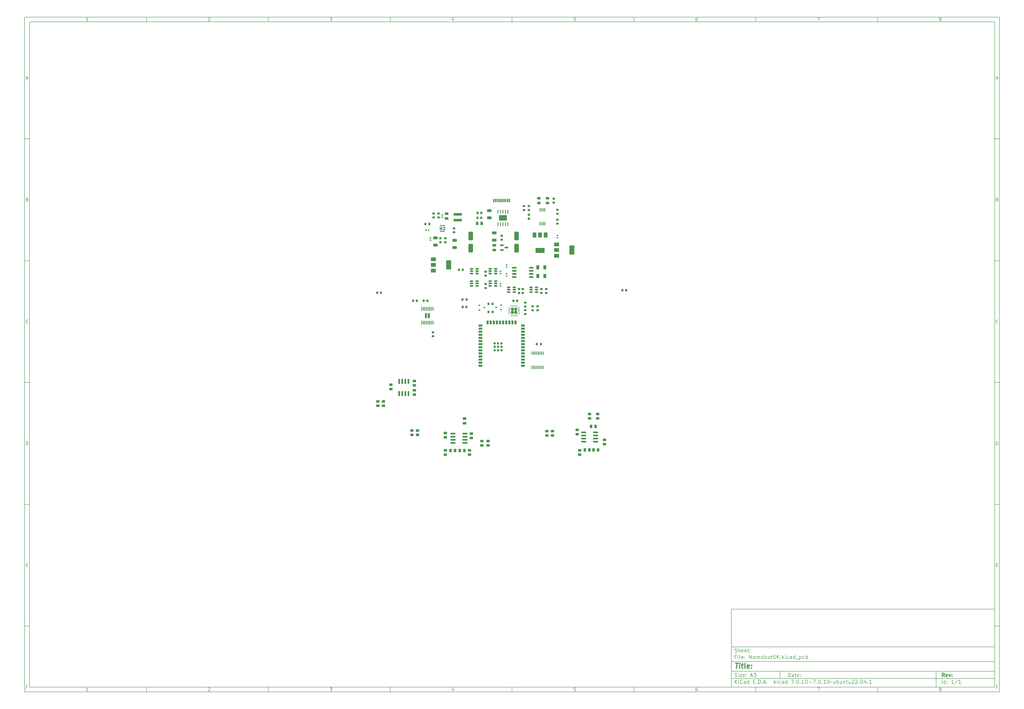
<source format=gbr>
%TF.GenerationSoftware,KiCad,Pcbnew,7.0.10-7.0.10~ubuntu22.04.1*%
%TF.CreationDate,2024-02-07T11:44:01+07:00*%
%TF.ProjectId,NomobotSK,4e6f6d6f-626f-4745-934b-2e6b69636164,rev?*%
%TF.SameCoordinates,Original*%
%TF.FileFunction,Paste,Bot*%
%TF.FilePolarity,Positive*%
%FSLAX46Y46*%
G04 Gerber Fmt 4.6, Leading zero omitted, Abs format (unit mm)*
G04 Created by KiCad (PCBNEW 7.0.10-7.0.10~ubuntu22.04.1) date 2024-02-07 11:44:01*
%MOMM*%
%LPD*%
G01*
G04 APERTURE LIST*
G04 Aperture macros list*
%AMRoundRect*
0 Rectangle with rounded corners*
0 $1 Rounding radius*
0 $2 $3 $4 $5 $6 $7 $8 $9 X,Y pos of 4 corners*
0 Add a 4 corners polygon primitive as box body*
4,1,4,$2,$3,$4,$5,$6,$7,$8,$9,$2,$3,0*
0 Add four circle primitives for the rounded corners*
1,1,$1+$1,$2,$3*
1,1,$1+$1,$4,$5*
1,1,$1+$1,$6,$7*
1,1,$1+$1,$8,$9*
0 Add four rect primitives between the rounded corners*
20,1,$1+$1,$2,$3,$4,$5,0*
20,1,$1+$1,$4,$5,$6,$7,0*
20,1,$1+$1,$6,$7,$8,$9,0*
20,1,$1+$1,$8,$9,$2,$3,0*%
G04 Aperture macros list end*
%ADD10C,0.100000*%
%ADD11C,0.150000*%
%ADD12C,0.300000*%
%ADD13C,0.400000*%
%ADD14C,0.010000*%
%ADD15RoundRect,0.150000X0.512500X0.150000X-0.512500X0.150000X-0.512500X-0.150000X0.512500X-0.150000X0*%
%ADD16RoundRect,0.140000X0.170000X-0.140000X0.170000X0.140000X-0.170000X0.140000X-0.170000X-0.140000X0*%
%ADD17RoundRect,0.200000X0.275000X-0.200000X0.275000X0.200000X-0.275000X0.200000X-0.275000X-0.200000X0*%
%ADD18RoundRect,0.250000X0.450000X-0.262500X0.450000X0.262500X-0.450000X0.262500X-0.450000X-0.262500X0*%
%ADD19RoundRect,0.225000X0.250000X-0.225000X0.250000X0.225000X-0.250000X0.225000X-0.250000X-0.225000X0*%
%ADD20RoundRect,0.225000X0.225000X0.250000X-0.225000X0.250000X-0.225000X-0.250000X0.225000X-0.250000X0*%
%ADD21RoundRect,0.200000X-0.200000X-0.275000X0.200000X-0.275000X0.200000X0.275000X-0.200000X0.275000X0*%
%ADD22RoundRect,0.250000X0.262500X0.450000X-0.262500X0.450000X-0.262500X-0.450000X0.262500X-0.450000X0*%
%ADD23RoundRect,0.200000X-0.275000X0.200000X-0.275000X-0.200000X0.275000X-0.200000X0.275000X0.200000X0*%
%ADD24RoundRect,0.250000X-0.450000X0.262500X-0.450000X-0.262500X0.450000X-0.262500X0.450000X0.262500X0*%
%ADD25RoundRect,0.243750X0.243750X0.456250X-0.243750X0.456250X-0.243750X-0.456250X0.243750X-0.456250X0*%
%ADD26RoundRect,0.250000X0.650000X-0.325000X0.650000X0.325000X-0.650000X0.325000X-0.650000X-0.325000X0*%
%ADD27RoundRect,0.150000X-0.512500X-0.150000X0.512500X-0.150000X0.512500X0.150000X-0.512500X0.150000X0*%
%ADD28RoundRect,0.150000X-0.587500X-0.150000X0.587500X-0.150000X0.587500X0.150000X-0.587500X0.150000X0*%
%ADD29R,0.600000X1.450000*%
%ADD30R,0.300000X1.450000*%
%ADD31RoundRect,0.042000X0.943000X0.258000X-0.943000X0.258000X-0.943000X-0.258000X0.943000X-0.258000X0*%
%ADD32R,1.500000X2.000000*%
%ADD33R,3.800000X2.000000*%
%ADD34RoundRect,0.150000X0.800000X0.150000X-0.800000X0.150000X-0.800000X-0.150000X0.800000X-0.150000X0*%
%ADD35RoundRect,0.250000X-0.475000X0.250000X-0.475000X-0.250000X0.475000X-0.250000X0.475000X0.250000X0*%
%ADD36RoundRect,0.140000X-0.170000X0.140000X-0.170000X-0.140000X0.170000X-0.140000X0.170000X0.140000X0*%
%ADD37RoundRect,0.243750X-0.456250X0.243750X-0.456250X-0.243750X0.456250X-0.243750X0.456250X0.243750X0*%
%ADD38RoundRect,0.250000X-0.650000X0.325000X-0.650000X-0.325000X0.650000X-0.325000X0.650000X0.325000X0*%
%ADD39R,2.000000X1.500000*%
%ADD40R,2.000000X3.800000*%
%ADD41RoundRect,0.225000X-0.225000X-0.250000X0.225000X-0.250000X0.225000X0.250000X-0.225000X0.250000X0*%
%ADD42R,1.500000X0.900000*%
%ADD43R,0.900000X1.500000*%
%ADD44R,0.900000X0.900000*%
%ADD45R,0.800000X0.600000*%
%ADD46RoundRect,0.200000X0.200000X0.275000X-0.200000X0.275000X-0.200000X-0.275000X0.200000X-0.275000X0*%
%ADD47RoundRect,0.225000X-0.250000X0.225000X-0.250000X-0.225000X0.250000X-0.225000X0.250000X0.225000X0*%
%ADD48RoundRect,0.250000X-0.650000X1.500000X-0.650000X-1.500000X0.650000X-1.500000X0.650000X1.500000X0*%
%ADD49RoundRect,0.250000X0.312500X0.625000X-0.312500X0.625000X-0.312500X-0.625000X0.312500X-0.625000X0*%
%ADD50RoundRect,0.042000X-0.258000X0.943000X-0.258000X-0.943000X0.258000X-0.943000X0.258000X0.943000X0*%
%ADD51R,3.200000X2.200000*%
%ADD52R,0.400000X1.500000*%
%ADD53R,0.450000X1.475000*%
%ADD54RoundRect,0.250000X0.650000X-1.500000X0.650000X1.500000X-0.650000X1.500000X-0.650000X-1.500000X0*%
%ADD55RoundRect,0.012500X-0.112500X0.262500X-0.112500X-0.262500X0.112500X-0.262500X0.112500X0.262500X0*%
%ADD56R,3.400000X0.980000*%
%ADD57RoundRect,0.250000X0.475000X-0.250000X0.475000X0.250000X-0.475000X0.250000X-0.475000X-0.250000X0*%
%ADD58RoundRect,0.250000X-0.315000X0.315000X-0.315000X-0.315000X0.315000X-0.315000X0.315000X0.315000X0*%
%ADD59RoundRect,0.062500X-0.062500X0.350000X-0.062500X-0.350000X0.062500X-0.350000X0.062500X0.350000X0*%
%ADD60RoundRect,0.062500X-0.350000X0.062500X-0.350000X-0.062500X0.350000X-0.062500X0.350000X0.062500X0*%
%ADD61RoundRect,0.100000X0.100000X-0.637500X0.100000X0.637500X-0.100000X0.637500X-0.100000X-0.637500X0*%
%ADD62RoundRect,0.232500X0.232500X-0.757500X0.232500X0.757500X-0.232500X0.757500X-0.232500X-0.757500X0*%
%ADD63RoundRect,0.100000X0.100000X-0.687500X0.100000X0.687500X-0.100000X0.687500X-0.100000X-0.687500X0*%
%ADD64RoundRect,0.140000X0.140000X0.170000X-0.140000X0.170000X-0.140000X-0.170000X0.140000X-0.170000X0*%
G04 APERTURE END LIST*
D10*
D11*
X299989000Y-253002200D02*
X407989000Y-253002200D01*
X407989000Y-285002200D01*
X299989000Y-285002200D01*
X299989000Y-253002200D01*
D10*
D11*
X10000000Y-10000000D02*
X409989000Y-10000000D01*
X409989000Y-287002200D01*
X10000000Y-287002200D01*
X10000000Y-10000000D01*
D10*
D11*
X12000000Y-12000000D02*
X407989000Y-12000000D01*
X407989000Y-285002200D01*
X12000000Y-285002200D01*
X12000000Y-12000000D01*
D10*
D11*
X60000000Y-12000000D02*
X60000000Y-10000000D01*
D10*
D11*
X110000000Y-12000000D02*
X110000000Y-10000000D01*
D10*
D11*
X160000000Y-12000000D02*
X160000000Y-10000000D01*
D10*
D11*
X210000000Y-12000000D02*
X210000000Y-10000000D01*
D10*
D11*
X260000000Y-12000000D02*
X260000000Y-10000000D01*
D10*
D11*
X310000000Y-12000000D02*
X310000000Y-10000000D01*
D10*
D11*
X360000000Y-12000000D02*
X360000000Y-10000000D01*
D10*
D11*
X36089160Y-11593604D02*
X35346303Y-11593604D01*
X35717731Y-11593604D02*
X35717731Y-10293604D01*
X35717731Y-10293604D02*
X35593922Y-10479319D01*
X35593922Y-10479319D02*
X35470112Y-10603128D01*
X35470112Y-10603128D02*
X35346303Y-10665033D01*
D10*
D11*
X85346303Y-10417414D02*
X85408207Y-10355509D01*
X85408207Y-10355509D02*
X85532017Y-10293604D01*
X85532017Y-10293604D02*
X85841541Y-10293604D01*
X85841541Y-10293604D02*
X85965350Y-10355509D01*
X85965350Y-10355509D02*
X86027255Y-10417414D01*
X86027255Y-10417414D02*
X86089160Y-10541223D01*
X86089160Y-10541223D02*
X86089160Y-10665033D01*
X86089160Y-10665033D02*
X86027255Y-10850747D01*
X86027255Y-10850747D02*
X85284398Y-11593604D01*
X85284398Y-11593604D02*
X86089160Y-11593604D01*
D10*
D11*
X135284398Y-10293604D02*
X136089160Y-10293604D01*
X136089160Y-10293604D02*
X135655826Y-10788842D01*
X135655826Y-10788842D02*
X135841541Y-10788842D01*
X135841541Y-10788842D02*
X135965350Y-10850747D01*
X135965350Y-10850747D02*
X136027255Y-10912652D01*
X136027255Y-10912652D02*
X136089160Y-11036461D01*
X136089160Y-11036461D02*
X136089160Y-11345985D01*
X136089160Y-11345985D02*
X136027255Y-11469795D01*
X136027255Y-11469795D02*
X135965350Y-11531700D01*
X135965350Y-11531700D02*
X135841541Y-11593604D01*
X135841541Y-11593604D02*
X135470112Y-11593604D01*
X135470112Y-11593604D02*
X135346303Y-11531700D01*
X135346303Y-11531700D02*
X135284398Y-11469795D01*
D10*
D11*
X185965350Y-10726938D02*
X185965350Y-11593604D01*
X185655826Y-10231700D02*
X185346303Y-11160271D01*
X185346303Y-11160271D02*
X186151064Y-11160271D01*
D10*
D11*
X236027255Y-10293604D02*
X235408207Y-10293604D01*
X235408207Y-10293604D02*
X235346303Y-10912652D01*
X235346303Y-10912652D02*
X235408207Y-10850747D01*
X235408207Y-10850747D02*
X235532017Y-10788842D01*
X235532017Y-10788842D02*
X235841541Y-10788842D01*
X235841541Y-10788842D02*
X235965350Y-10850747D01*
X235965350Y-10850747D02*
X236027255Y-10912652D01*
X236027255Y-10912652D02*
X236089160Y-11036461D01*
X236089160Y-11036461D02*
X236089160Y-11345985D01*
X236089160Y-11345985D02*
X236027255Y-11469795D01*
X236027255Y-11469795D02*
X235965350Y-11531700D01*
X235965350Y-11531700D02*
X235841541Y-11593604D01*
X235841541Y-11593604D02*
X235532017Y-11593604D01*
X235532017Y-11593604D02*
X235408207Y-11531700D01*
X235408207Y-11531700D02*
X235346303Y-11469795D01*
D10*
D11*
X285965350Y-10293604D02*
X285717731Y-10293604D01*
X285717731Y-10293604D02*
X285593922Y-10355509D01*
X285593922Y-10355509D02*
X285532017Y-10417414D01*
X285532017Y-10417414D02*
X285408207Y-10603128D01*
X285408207Y-10603128D02*
X285346303Y-10850747D01*
X285346303Y-10850747D02*
X285346303Y-11345985D01*
X285346303Y-11345985D02*
X285408207Y-11469795D01*
X285408207Y-11469795D02*
X285470112Y-11531700D01*
X285470112Y-11531700D02*
X285593922Y-11593604D01*
X285593922Y-11593604D02*
X285841541Y-11593604D01*
X285841541Y-11593604D02*
X285965350Y-11531700D01*
X285965350Y-11531700D02*
X286027255Y-11469795D01*
X286027255Y-11469795D02*
X286089160Y-11345985D01*
X286089160Y-11345985D02*
X286089160Y-11036461D01*
X286089160Y-11036461D02*
X286027255Y-10912652D01*
X286027255Y-10912652D02*
X285965350Y-10850747D01*
X285965350Y-10850747D02*
X285841541Y-10788842D01*
X285841541Y-10788842D02*
X285593922Y-10788842D01*
X285593922Y-10788842D02*
X285470112Y-10850747D01*
X285470112Y-10850747D02*
X285408207Y-10912652D01*
X285408207Y-10912652D02*
X285346303Y-11036461D01*
D10*
D11*
X335284398Y-10293604D02*
X336151064Y-10293604D01*
X336151064Y-10293604D02*
X335593922Y-11593604D01*
D10*
D11*
X385593922Y-10850747D02*
X385470112Y-10788842D01*
X385470112Y-10788842D02*
X385408207Y-10726938D01*
X385408207Y-10726938D02*
X385346303Y-10603128D01*
X385346303Y-10603128D02*
X385346303Y-10541223D01*
X385346303Y-10541223D02*
X385408207Y-10417414D01*
X385408207Y-10417414D02*
X385470112Y-10355509D01*
X385470112Y-10355509D02*
X385593922Y-10293604D01*
X385593922Y-10293604D02*
X385841541Y-10293604D01*
X385841541Y-10293604D02*
X385965350Y-10355509D01*
X385965350Y-10355509D02*
X386027255Y-10417414D01*
X386027255Y-10417414D02*
X386089160Y-10541223D01*
X386089160Y-10541223D02*
X386089160Y-10603128D01*
X386089160Y-10603128D02*
X386027255Y-10726938D01*
X386027255Y-10726938D02*
X385965350Y-10788842D01*
X385965350Y-10788842D02*
X385841541Y-10850747D01*
X385841541Y-10850747D02*
X385593922Y-10850747D01*
X385593922Y-10850747D02*
X385470112Y-10912652D01*
X385470112Y-10912652D02*
X385408207Y-10974557D01*
X385408207Y-10974557D02*
X385346303Y-11098366D01*
X385346303Y-11098366D02*
X385346303Y-11345985D01*
X385346303Y-11345985D02*
X385408207Y-11469795D01*
X385408207Y-11469795D02*
X385470112Y-11531700D01*
X385470112Y-11531700D02*
X385593922Y-11593604D01*
X385593922Y-11593604D02*
X385841541Y-11593604D01*
X385841541Y-11593604D02*
X385965350Y-11531700D01*
X385965350Y-11531700D02*
X386027255Y-11469795D01*
X386027255Y-11469795D02*
X386089160Y-11345985D01*
X386089160Y-11345985D02*
X386089160Y-11098366D01*
X386089160Y-11098366D02*
X386027255Y-10974557D01*
X386027255Y-10974557D02*
X385965350Y-10912652D01*
X385965350Y-10912652D02*
X385841541Y-10850747D01*
D10*
D11*
X60000000Y-285002200D02*
X60000000Y-287002200D01*
D10*
D11*
X110000000Y-285002200D02*
X110000000Y-287002200D01*
D10*
D11*
X160000000Y-285002200D02*
X160000000Y-287002200D01*
D10*
D11*
X210000000Y-285002200D02*
X210000000Y-287002200D01*
D10*
D11*
X260000000Y-285002200D02*
X260000000Y-287002200D01*
D10*
D11*
X310000000Y-285002200D02*
X310000000Y-287002200D01*
D10*
D11*
X360000000Y-285002200D02*
X360000000Y-287002200D01*
D10*
D11*
X36089160Y-286595804D02*
X35346303Y-286595804D01*
X35717731Y-286595804D02*
X35717731Y-285295804D01*
X35717731Y-285295804D02*
X35593922Y-285481519D01*
X35593922Y-285481519D02*
X35470112Y-285605328D01*
X35470112Y-285605328D02*
X35346303Y-285667233D01*
D10*
D11*
X85346303Y-285419614D02*
X85408207Y-285357709D01*
X85408207Y-285357709D02*
X85532017Y-285295804D01*
X85532017Y-285295804D02*
X85841541Y-285295804D01*
X85841541Y-285295804D02*
X85965350Y-285357709D01*
X85965350Y-285357709D02*
X86027255Y-285419614D01*
X86027255Y-285419614D02*
X86089160Y-285543423D01*
X86089160Y-285543423D02*
X86089160Y-285667233D01*
X86089160Y-285667233D02*
X86027255Y-285852947D01*
X86027255Y-285852947D02*
X85284398Y-286595804D01*
X85284398Y-286595804D02*
X86089160Y-286595804D01*
D10*
D11*
X135284398Y-285295804D02*
X136089160Y-285295804D01*
X136089160Y-285295804D02*
X135655826Y-285791042D01*
X135655826Y-285791042D02*
X135841541Y-285791042D01*
X135841541Y-285791042D02*
X135965350Y-285852947D01*
X135965350Y-285852947D02*
X136027255Y-285914852D01*
X136027255Y-285914852D02*
X136089160Y-286038661D01*
X136089160Y-286038661D02*
X136089160Y-286348185D01*
X136089160Y-286348185D02*
X136027255Y-286471995D01*
X136027255Y-286471995D02*
X135965350Y-286533900D01*
X135965350Y-286533900D02*
X135841541Y-286595804D01*
X135841541Y-286595804D02*
X135470112Y-286595804D01*
X135470112Y-286595804D02*
X135346303Y-286533900D01*
X135346303Y-286533900D02*
X135284398Y-286471995D01*
D10*
D11*
X185965350Y-285729138D02*
X185965350Y-286595804D01*
X185655826Y-285233900D02*
X185346303Y-286162471D01*
X185346303Y-286162471D02*
X186151064Y-286162471D01*
D10*
D11*
X236027255Y-285295804D02*
X235408207Y-285295804D01*
X235408207Y-285295804D02*
X235346303Y-285914852D01*
X235346303Y-285914852D02*
X235408207Y-285852947D01*
X235408207Y-285852947D02*
X235532017Y-285791042D01*
X235532017Y-285791042D02*
X235841541Y-285791042D01*
X235841541Y-285791042D02*
X235965350Y-285852947D01*
X235965350Y-285852947D02*
X236027255Y-285914852D01*
X236027255Y-285914852D02*
X236089160Y-286038661D01*
X236089160Y-286038661D02*
X236089160Y-286348185D01*
X236089160Y-286348185D02*
X236027255Y-286471995D01*
X236027255Y-286471995D02*
X235965350Y-286533900D01*
X235965350Y-286533900D02*
X235841541Y-286595804D01*
X235841541Y-286595804D02*
X235532017Y-286595804D01*
X235532017Y-286595804D02*
X235408207Y-286533900D01*
X235408207Y-286533900D02*
X235346303Y-286471995D01*
D10*
D11*
X285965350Y-285295804D02*
X285717731Y-285295804D01*
X285717731Y-285295804D02*
X285593922Y-285357709D01*
X285593922Y-285357709D02*
X285532017Y-285419614D01*
X285532017Y-285419614D02*
X285408207Y-285605328D01*
X285408207Y-285605328D02*
X285346303Y-285852947D01*
X285346303Y-285852947D02*
X285346303Y-286348185D01*
X285346303Y-286348185D02*
X285408207Y-286471995D01*
X285408207Y-286471995D02*
X285470112Y-286533900D01*
X285470112Y-286533900D02*
X285593922Y-286595804D01*
X285593922Y-286595804D02*
X285841541Y-286595804D01*
X285841541Y-286595804D02*
X285965350Y-286533900D01*
X285965350Y-286533900D02*
X286027255Y-286471995D01*
X286027255Y-286471995D02*
X286089160Y-286348185D01*
X286089160Y-286348185D02*
X286089160Y-286038661D01*
X286089160Y-286038661D02*
X286027255Y-285914852D01*
X286027255Y-285914852D02*
X285965350Y-285852947D01*
X285965350Y-285852947D02*
X285841541Y-285791042D01*
X285841541Y-285791042D02*
X285593922Y-285791042D01*
X285593922Y-285791042D02*
X285470112Y-285852947D01*
X285470112Y-285852947D02*
X285408207Y-285914852D01*
X285408207Y-285914852D02*
X285346303Y-286038661D01*
D10*
D11*
X335284398Y-285295804D02*
X336151064Y-285295804D01*
X336151064Y-285295804D02*
X335593922Y-286595804D01*
D10*
D11*
X385593922Y-285852947D02*
X385470112Y-285791042D01*
X385470112Y-285791042D02*
X385408207Y-285729138D01*
X385408207Y-285729138D02*
X385346303Y-285605328D01*
X385346303Y-285605328D02*
X385346303Y-285543423D01*
X385346303Y-285543423D02*
X385408207Y-285419614D01*
X385408207Y-285419614D02*
X385470112Y-285357709D01*
X385470112Y-285357709D02*
X385593922Y-285295804D01*
X385593922Y-285295804D02*
X385841541Y-285295804D01*
X385841541Y-285295804D02*
X385965350Y-285357709D01*
X385965350Y-285357709D02*
X386027255Y-285419614D01*
X386027255Y-285419614D02*
X386089160Y-285543423D01*
X386089160Y-285543423D02*
X386089160Y-285605328D01*
X386089160Y-285605328D02*
X386027255Y-285729138D01*
X386027255Y-285729138D02*
X385965350Y-285791042D01*
X385965350Y-285791042D02*
X385841541Y-285852947D01*
X385841541Y-285852947D02*
X385593922Y-285852947D01*
X385593922Y-285852947D02*
X385470112Y-285914852D01*
X385470112Y-285914852D02*
X385408207Y-285976757D01*
X385408207Y-285976757D02*
X385346303Y-286100566D01*
X385346303Y-286100566D02*
X385346303Y-286348185D01*
X385346303Y-286348185D02*
X385408207Y-286471995D01*
X385408207Y-286471995D02*
X385470112Y-286533900D01*
X385470112Y-286533900D02*
X385593922Y-286595804D01*
X385593922Y-286595804D02*
X385841541Y-286595804D01*
X385841541Y-286595804D02*
X385965350Y-286533900D01*
X385965350Y-286533900D02*
X386027255Y-286471995D01*
X386027255Y-286471995D02*
X386089160Y-286348185D01*
X386089160Y-286348185D02*
X386089160Y-286100566D01*
X386089160Y-286100566D02*
X386027255Y-285976757D01*
X386027255Y-285976757D02*
X385965350Y-285914852D01*
X385965350Y-285914852D02*
X385841541Y-285852947D01*
D10*
D11*
X10000000Y-60000000D02*
X12000000Y-60000000D01*
D10*
D11*
X10000000Y-110000000D02*
X12000000Y-110000000D01*
D10*
D11*
X10000000Y-160000000D02*
X12000000Y-160000000D01*
D10*
D11*
X10000000Y-210000000D02*
X12000000Y-210000000D01*
D10*
D11*
X10000000Y-260000000D02*
X12000000Y-260000000D01*
D10*
D11*
X10690476Y-35222176D02*
X11309523Y-35222176D01*
X10566666Y-35593604D02*
X10999999Y-34293604D01*
X10999999Y-34293604D02*
X11433333Y-35593604D01*
D10*
D11*
X11092857Y-84912652D02*
X11278571Y-84974557D01*
X11278571Y-84974557D02*
X11340476Y-85036461D01*
X11340476Y-85036461D02*
X11402380Y-85160271D01*
X11402380Y-85160271D02*
X11402380Y-85345985D01*
X11402380Y-85345985D02*
X11340476Y-85469795D01*
X11340476Y-85469795D02*
X11278571Y-85531700D01*
X11278571Y-85531700D02*
X11154761Y-85593604D01*
X11154761Y-85593604D02*
X10659523Y-85593604D01*
X10659523Y-85593604D02*
X10659523Y-84293604D01*
X10659523Y-84293604D02*
X11092857Y-84293604D01*
X11092857Y-84293604D02*
X11216666Y-84355509D01*
X11216666Y-84355509D02*
X11278571Y-84417414D01*
X11278571Y-84417414D02*
X11340476Y-84541223D01*
X11340476Y-84541223D02*
X11340476Y-84665033D01*
X11340476Y-84665033D02*
X11278571Y-84788842D01*
X11278571Y-84788842D02*
X11216666Y-84850747D01*
X11216666Y-84850747D02*
X11092857Y-84912652D01*
X11092857Y-84912652D02*
X10659523Y-84912652D01*
D10*
D11*
X11402380Y-135469795D02*
X11340476Y-135531700D01*
X11340476Y-135531700D02*
X11154761Y-135593604D01*
X11154761Y-135593604D02*
X11030952Y-135593604D01*
X11030952Y-135593604D02*
X10845238Y-135531700D01*
X10845238Y-135531700D02*
X10721428Y-135407890D01*
X10721428Y-135407890D02*
X10659523Y-135284080D01*
X10659523Y-135284080D02*
X10597619Y-135036461D01*
X10597619Y-135036461D02*
X10597619Y-134850747D01*
X10597619Y-134850747D02*
X10659523Y-134603128D01*
X10659523Y-134603128D02*
X10721428Y-134479319D01*
X10721428Y-134479319D02*
X10845238Y-134355509D01*
X10845238Y-134355509D02*
X11030952Y-134293604D01*
X11030952Y-134293604D02*
X11154761Y-134293604D01*
X11154761Y-134293604D02*
X11340476Y-134355509D01*
X11340476Y-134355509D02*
X11402380Y-134417414D01*
D10*
D11*
X10659523Y-185593604D02*
X10659523Y-184293604D01*
X10659523Y-184293604D02*
X10969047Y-184293604D01*
X10969047Y-184293604D02*
X11154761Y-184355509D01*
X11154761Y-184355509D02*
X11278571Y-184479319D01*
X11278571Y-184479319D02*
X11340476Y-184603128D01*
X11340476Y-184603128D02*
X11402380Y-184850747D01*
X11402380Y-184850747D02*
X11402380Y-185036461D01*
X11402380Y-185036461D02*
X11340476Y-185284080D01*
X11340476Y-185284080D02*
X11278571Y-185407890D01*
X11278571Y-185407890D02*
X11154761Y-185531700D01*
X11154761Y-185531700D02*
X10969047Y-185593604D01*
X10969047Y-185593604D02*
X10659523Y-185593604D01*
D10*
D11*
X10721428Y-234912652D02*
X11154762Y-234912652D01*
X11340476Y-235593604D02*
X10721428Y-235593604D01*
X10721428Y-235593604D02*
X10721428Y-234293604D01*
X10721428Y-234293604D02*
X11340476Y-234293604D01*
D10*
D11*
X11185714Y-284912652D02*
X10752380Y-284912652D01*
X10752380Y-285593604D02*
X10752380Y-284293604D01*
X10752380Y-284293604D02*
X11371428Y-284293604D01*
D10*
D11*
X409989000Y-60000000D02*
X407989000Y-60000000D01*
D10*
D11*
X409989000Y-110000000D02*
X407989000Y-110000000D01*
D10*
D11*
X409989000Y-160000000D02*
X407989000Y-160000000D01*
D10*
D11*
X409989000Y-210000000D02*
X407989000Y-210000000D01*
D10*
D11*
X409989000Y-260000000D02*
X407989000Y-260000000D01*
D10*
D11*
X408679476Y-35222176D02*
X409298523Y-35222176D01*
X408555666Y-35593604D02*
X408988999Y-34293604D01*
X408988999Y-34293604D02*
X409422333Y-35593604D01*
D10*
D11*
X409081857Y-84912652D02*
X409267571Y-84974557D01*
X409267571Y-84974557D02*
X409329476Y-85036461D01*
X409329476Y-85036461D02*
X409391380Y-85160271D01*
X409391380Y-85160271D02*
X409391380Y-85345985D01*
X409391380Y-85345985D02*
X409329476Y-85469795D01*
X409329476Y-85469795D02*
X409267571Y-85531700D01*
X409267571Y-85531700D02*
X409143761Y-85593604D01*
X409143761Y-85593604D02*
X408648523Y-85593604D01*
X408648523Y-85593604D02*
X408648523Y-84293604D01*
X408648523Y-84293604D02*
X409081857Y-84293604D01*
X409081857Y-84293604D02*
X409205666Y-84355509D01*
X409205666Y-84355509D02*
X409267571Y-84417414D01*
X409267571Y-84417414D02*
X409329476Y-84541223D01*
X409329476Y-84541223D02*
X409329476Y-84665033D01*
X409329476Y-84665033D02*
X409267571Y-84788842D01*
X409267571Y-84788842D02*
X409205666Y-84850747D01*
X409205666Y-84850747D02*
X409081857Y-84912652D01*
X409081857Y-84912652D02*
X408648523Y-84912652D01*
D10*
D11*
X409391380Y-135469795D02*
X409329476Y-135531700D01*
X409329476Y-135531700D02*
X409143761Y-135593604D01*
X409143761Y-135593604D02*
X409019952Y-135593604D01*
X409019952Y-135593604D02*
X408834238Y-135531700D01*
X408834238Y-135531700D02*
X408710428Y-135407890D01*
X408710428Y-135407890D02*
X408648523Y-135284080D01*
X408648523Y-135284080D02*
X408586619Y-135036461D01*
X408586619Y-135036461D02*
X408586619Y-134850747D01*
X408586619Y-134850747D02*
X408648523Y-134603128D01*
X408648523Y-134603128D02*
X408710428Y-134479319D01*
X408710428Y-134479319D02*
X408834238Y-134355509D01*
X408834238Y-134355509D02*
X409019952Y-134293604D01*
X409019952Y-134293604D02*
X409143761Y-134293604D01*
X409143761Y-134293604D02*
X409329476Y-134355509D01*
X409329476Y-134355509D02*
X409391380Y-134417414D01*
D10*
D11*
X408648523Y-185593604D02*
X408648523Y-184293604D01*
X408648523Y-184293604D02*
X408958047Y-184293604D01*
X408958047Y-184293604D02*
X409143761Y-184355509D01*
X409143761Y-184355509D02*
X409267571Y-184479319D01*
X409267571Y-184479319D02*
X409329476Y-184603128D01*
X409329476Y-184603128D02*
X409391380Y-184850747D01*
X409391380Y-184850747D02*
X409391380Y-185036461D01*
X409391380Y-185036461D02*
X409329476Y-185284080D01*
X409329476Y-185284080D02*
X409267571Y-185407890D01*
X409267571Y-185407890D02*
X409143761Y-185531700D01*
X409143761Y-185531700D02*
X408958047Y-185593604D01*
X408958047Y-185593604D02*
X408648523Y-185593604D01*
D10*
D11*
X408710428Y-234912652D02*
X409143762Y-234912652D01*
X409329476Y-235593604D02*
X408710428Y-235593604D01*
X408710428Y-235593604D02*
X408710428Y-234293604D01*
X408710428Y-234293604D02*
X409329476Y-234293604D01*
D10*
D11*
X409174714Y-284912652D02*
X408741380Y-284912652D01*
X408741380Y-285593604D02*
X408741380Y-284293604D01*
X408741380Y-284293604D02*
X409360428Y-284293604D01*
D10*
D11*
X323444826Y-280788328D02*
X323444826Y-279288328D01*
X323444826Y-279288328D02*
X323801969Y-279288328D01*
X323801969Y-279288328D02*
X324016255Y-279359757D01*
X324016255Y-279359757D02*
X324159112Y-279502614D01*
X324159112Y-279502614D02*
X324230541Y-279645471D01*
X324230541Y-279645471D02*
X324301969Y-279931185D01*
X324301969Y-279931185D02*
X324301969Y-280145471D01*
X324301969Y-280145471D02*
X324230541Y-280431185D01*
X324230541Y-280431185D02*
X324159112Y-280574042D01*
X324159112Y-280574042D02*
X324016255Y-280716900D01*
X324016255Y-280716900D02*
X323801969Y-280788328D01*
X323801969Y-280788328D02*
X323444826Y-280788328D01*
X325587684Y-280788328D02*
X325587684Y-280002614D01*
X325587684Y-280002614D02*
X325516255Y-279859757D01*
X325516255Y-279859757D02*
X325373398Y-279788328D01*
X325373398Y-279788328D02*
X325087684Y-279788328D01*
X325087684Y-279788328D02*
X324944826Y-279859757D01*
X325587684Y-280716900D02*
X325444826Y-280788328D01*
X325444826Y-280788328D02*
X325087684Y-280788328D01*
X325087684Y-280788328D02*
X324944826Y-280716900D01*
X324944826Y-280716900D02*
X324873398Y-280574042D01*
X324873398Y-280574042D02*
X324873398Y-280431185D01*
X324873398Y-280431185D02*
X324944826Y-280288328D01*
X324944826Y-280288328D02*
X325087684Y-280216900D01*
X325087684Y-280216900D02*
X325444826Y-280216900D01*
X325444826Y-280216900D02*
X325587684Y-280145471D01*
X326087684Y-279788328D02*
X326659112Y-279788328D01*
X326301969Y-279288328D02*
X326301969Y-280574042D01*
X326301969Y-280574042D02*
X326373398Y-280716900D01*
X326373398Y-280716900D02*
X326516255Y-280788328D01*
X326516255Y-280788328D02*
X326659112Y-280788328D01*
X327730541Y-280716900D02*
X327587684Y-280788328D01*
X327587684Y-280788328D02*
X327301970Y-280788328D01*
X327301970Y-280788328D02*
X327159112Y-280716900D01*
X327159112Y-280716900D02*
X327087684Y-280574042D01*
X327087684Y-280574042D02*
X327087684Y-280002614D01*
X327087684Y-280002614D02*
X327159112Y-279859757D01*
X327159112Y-279859757D02*
X327301970Y-279788328D01*
X327301970Y-279788328D02*
X327587684Y-279788328D01*
X327587684Y-279788328D02*
X327730541Y-279859757D01*
X327730541Y-279859757D02*
X327801970Y-280002614D01*
X327801970Y-280002614D02*
X327801970Y-280145471D01*
X327801970Y-280145471D02*
X327087684Y-280288328D01*
X328444826Y-280645471D02*
X328516255Y-280716900D01*
X328516255Y-280716900D02*
X328444826Y-280788328D01*
X328444826Y-280788328D02*
X328373398Y-280716900D01*
X328373398Y-280716900D02*
X328444826Y-280645471D01*
X328444826Y-280645471D02*
X328444826Y-280788328D01*
X328444826Y-279859757D02*
X328516255Y-279931185D01*
X328516255Y-279931185D02*
X328444826Y-280002614D01*
X328444826Y-280002614D02*
X328373398Y-279931185D01*
X328373398Y-279931185D02*
X328444826Y-279859757D01*
X328444826Y-279859757D02*
X328444826Y-280002614D01*
D10*
D11*
X299989000Y-281502200D02*
X407989000Y-281502200D01*
D10*
D11*
X301444826Y-283588328D02*
X301444826Y-282088328D01*
X302301969Y-283588328D02*
X301659112Y-282731185D01*
X302301969Y-282088328D02*
X301444826Y-282945471D01*
X302944826Y-283588328D02*
X302944826Y-282588328D01*
X302944826Y-282088328D02*
X302873398Y-282159757D01*
X302873398Y-282159757D02*
X302944826Y-282231185D01*
X302944826Y-282231185D02*
X303016255Y-282159757D01*
X303016255Y-282159757D02*
X302944826Y-282088328D01*
X302944826Y-282088328D02*
X302944826Y-282231185D01*
X304516255Y-283445471D02*
X304444827Y-283516900D01*
X304444827Y-283516900D02*
X304230541Y-283588328D01*
X304230541Y-283588328D02*
X304087684Y-283588328D01*
X304087684Y-283588328D02*
X303873398Y-283516900D01*
X303873398Y-283516900D02*
X303730541Y-283374042D01*
X303730541Y-283374042D02*
X303659112Y-283231185D01*
X303659112Y-283231185D02*
X303587684Y-282945471D01*
X303587684Y-282945471D02*
X303587684Y-282731185D01*
X303587684Y-282731185D02*
X303659112Y-282445471D01*
X303659112Y-282445471D02*
X303730541Y-282302614D01*
X303730541Y-282302614D02*
X303873398Y-282159757D01*
X303873398Y-282159757D02*
X304087684Y-282088328D01*
X304087684Y-282088328D02*
X304230541Y-282088328D01*
X304230541Y-282088328D02*
X304444827Y-282159757D01*
X304444827Y-282159757D02*
X304516255Y-282231185D01*
X305801970Y-283588328D02*
X305801970Y-282802614D01*
X305801970Y-282802614D02*
X305730541Y-282659757D01*
X305730541Y-282659757D02*
X305587684Y-282588328D01*
X305587684Y-282588328D02*
X305301970Y-282588328D01*
X305301970Y-282588328D02*
X305159112Y-282659757D01*
X305801970Y-283516900D02*
X305659112Y-283588328D01*
X305659112Y-283588328D02*
X305301970Y-283588328D01*
X305301970Y-283588328D02*
X305159112Y-283516900D01*
X305159112Y-283516900D02*
X305087684Y-283374042D01*
X305087684Y-283374042D02*
X305087684Y-283231185D01*
X305087684Y-283231185D02*
X305159112Y-283088328D01*
X305159112Y-283088328D02*
X305301970Y-283016900D01*
X305301970Y-283016900D02*
X305659112Y-283016900D01*
X305659112Y-283016900D02*
X305801970Y-282945471D01*
X307159113Y-283588328D02*
X307159113Y-282088328D01*
X307159113Y-283516900D02*
X307016255Y-283588328D01*
X307016255Y-283588328D02*
X306730541Y-283588328D01*
X306730541Y-283588328D02*
X306587684Y-283516900D01*
X306587684Y-283516900D02*
X306516255Y-283445471D01*
X306516255Y-283445471D02*
X306444827Y-283302614D01*
X306444827Y-283302614D02*
X306444827Y-282874042D01*
X306444827Y-282874042D02*
X306516255Y-282731185D01*
X306516255Y-282731185D02*
X306587684Y-282659757D01*
X306587684Y-282659757D02*
X306730541Y-282588328D01*
X306730541Y-282588328D02*
X307016255Y-282588328D01*
X307016255Y-282588328D02*
X307159113Y-282659757D01*
X309016255Y-282802614D02*
X309516255Y-282802614D01*
X309730541Y-283588328D02*
X309016255Y-283588328D01*
X309016255Y-283588328D02*
X309016255Y-282088328D01*
X309016255Y-282088328D02*
X309730541Y-282088328D01*
X310373398Y-283445471D02*
X310444827Y-283516900D01*
X310444827Y-283516900D02*
X310373398Y-283588328D01*
X310373398Y-283588328D02*
X310301970Y-283516900D01*
X310301970Y-283516900D02*
X310373398Y-283445471D01*
X310373398Y-283445471D02*
X310373398Y-283588328D01*
X311087684Y-283588328D02*
X311087684Y-282088328D01*
X311087684Y-282088328D02*
X311444827Y-282088328D01*
X311444827Y-282088328D02*
X311659113Y-282159757D01*
X311659113Y-282159757D02*
X311801970Y-282302614D01*
X311801970Y-282302614D02*
X311873399Y-282445471D01*
X311873399Y-282445471D02*
X311944827Y-282731185D01*
X311944827Y-282731185D02*
X311944827Y-282945471D01*
X311944827Y-282945471D02*
X311873399Y-283231185D01*
X311873399Y-283231185D02*
X311801970Y-283374042D01*
X311801970Y-283374042D02*
X311659113Y-283516900D01*
X311659113Y-283516900D02*
X311444827Y-283588328D01*
X311444827Y-283588328D02*
X311087684Y-283588328D01*
X312587684Y-283445471D02*
X312659113Y-283516900D01*
X312659113Y-283516900D02*
X312587684Y-283588328D01*
X312587684Y-283588328D02*
X312516256Y-283516900D01*
X312516256Y-283516900D02*
X312587684Y-283445471D01*
X312587684Y-283445471D02*
X312587684Y-283588328D01*
X313230542Y-283159757D02*
X313944828Y-283159757D01*
X313087685Y-283588328D02*
X313587685Y-282088328D01*
X313587685Y-282088328D02*
X314087685Y-283588328D01*
X314587684Y-283445471D02*
X314659113Y-283516900D01*
X314659113Y-283516900D02*
X314587684Y-283588328D01*
X314587684Y-283588328D02*
X314516256Y-283516900D01*
X314516256Y-283516900D02*
X314587684Y-283445471D01*
X314587684Y-283445471D02*
X314587684Y-283588328D01*
X317587684Y-283588328D02*
X317587684Y-282088328D01*
X317730542Y-283016900D02*
X318159113Y-283588328D01*
X318159113Y-282588328D02*
X317587684Y-283159757D01*
X318801970Y-283588328D02*
X318801970Y-282588328D01*
X318801970Y-282088328D02*
X318730542Y-282159757D01*
X318730542Y-282159757D02*
X318801970Y-282231185D01*
X318801970Y-282231185D02*
X318873399Y-282159757D01*
X318873399Y-282159757D02*
X318801970Y-282088328D01*
X318801970Y-282088328D02*
X318801970Y-282231185D01*
X320159114Y-283516900D02*
X320016256Y-283588328D01*
X320016256Y-283588328D02*
X319730542Y-283588328D01*
X319730542Y-283588328D02*
X319587685Y-283516900D01*
X319587685Y-283516900D02*
X319516256Y-283445471D01*
X319516256Y-283445471D02*
X319444828Y-283302614D01*
X319444828Y-283302614D02*
X319444828Y-282874042D01*
X319444828Y-282874042D02*
X319516256Y-282731185D01*
X319516256Y-282731185D02*
X319587685Y-282659757D01*
X319587685Y-282659757D02*
X319730542Y-282588328D01*
X319730542Y-282588328D02*
X320016256Y-282588328D01*
X320016256Y-282588328D02*
X320159114Y-282659757D01*
X321444828Y-283588328D02*
X321444828Y-282802614D01*
X321444828Y-282802614D02*
X321373399Y-282659757D01*
X321373399Y-282659757D02*
X321230542Y-282588328D01*
X321230542Y-282588328D02*
X320944828Y-282588328D01*
X320944828Y-282588328D02*
X320801970Y-282659757D01*
X321444828Y-283516900D02*
X321301970Y-283588328D01*
X321301970Y-283588328D02*
X320944828Y-283588328D01*
X320944828Y-283588328D02*
X320801970Y-283516900D01*
X320801970Y-283516900D02*
X320730542Y-283374042D01*
X320730542Y-283374042D02*
X320730542Y-283231185D01*
X320730542Y-283231185D02*
X320801970Y-283088328D01*
X320801970Y-283088328D02*
X320944828Y-283016900D01*
X320944828Y-283016900D02*
X321301970Y-283016900D01*
X321301970Y-283016900D02*
X321444828Y-282945471D01*
X322801971Y-283588328D02*
X322801971Y-282088328D01*
X322801971Y-283516900D02*
X322659113Y-283588328D01*
X322659113Y-283588328D02*
X322373399Y-283588328D01*
X322373399Y-283588328D02*
X322230542Y-283516900D01*
X322230542Y-283516900D02*
X322159113Y-283445471D01*
X322159113Y-283445471D02*
X322087685Y-283302614D01*
X322087685Y-283302614D02*
X322087685Y-282874042D01*
X322087685Y-282874042D02*
X322159113Y-282731185D01*
X322159113Y-282731185D02*
X322230542Y-282659757D01*
X322230542Y-282659757D02*
X322373399Y-282588328D01*
X322373399Y-282588328D02*
X322659113Y-282588328D01*
X322659113Y-282588328D02*
X322801971Y-282659757D01*
X324516256Y-282088328D02*
X325516256Y-282088328D01*
X325516256Y-282088328D02*
X324873399Y-283588328D01*
X326087684Y-283445471D02*
X326159113Y-283516900D01*
X326159113Y-283516900D02*
X326087684Y-283588328D01*
X326087684Y-283588328D02*
X326016256Y-283516900D01*
X326016256Y-283516900D02*
X326087684Y-283445471D01*
X326087684Y-283445471D02*
X326087684Y-283588328D01*
X327087685Y-282088328D02*
X327230542Y-282088328D01*
X327230542Y-282088328D02*
X327373399Y-282159757D01*
X327373399Y-282159757D02*
X327444828Y-282231185D01*
X327444828Y-282231185D02*
X327516256Y-282374042D01*
X327516256Y-282374042D02*
X327587685Y-282659757D01*
X327587685Y-282659757D02*
X327587685Y-283016900D01*
X327587685Y-283016900D02*
X327516256Y-283302614D01*
X327516256Y-283302614D02*
X327444828Y-283445471D01*
X327444828Y-283445471D02*
X327373399Y-283516900D01*
X327373399Y-283516900D02*
X327230542Y-283588328D01*
X327230542Y-283588328D02*
X327087685Y-283588328D01*
X327087685Y-283588328D02*
X326944828Y-283516900D01*
X326944828Y-283516900D02*
X326873399Y-283445471D01*
X326873399Y-283445471D02*
X326801970Y-283302614D01*
X326801970Y-283302614D02*
X326730542Y-283016900D01*
X326730542Y-283016900D02*
X326730542Y-282659757D01*
X326730542Y-282659757D02*
X326801970Y-282374042D01*
X326801970Y-282374042D02*
X326873399Y-282231185D01*
X326873399Y-282231185D02*
X326944828Y-282159757D01*
X326944828Y-282159757D02*
X327087685Y-282088328D01*
X328230541Y-283445471D02*
X328301970Y-283516900D01*
X328301970Y-283516900D02*
X328230541Y-283588328D01*
X328230541Y-283588328D02*
X328159113Y-283516900D01*
X328159113Y-283516900D02*
X328230541Y-283445471D01*
X328230541Y-283445471D02*
X328230541Y-283588328D01*
X329730542Y-283588328D02*
X328873399Y-283588328D01*
X329301970Y-283588328D02*
X329301970Y-282088328D01*
X329301970Y-282088328D02*
X329159113Y-282302614D01*
X329159113Y-282302614D02*
X329016256Y-282445471D01*
X329016256Y-282445471D02*
X328873399Y-282516900D01*
X330659113Y-282088328D02*
X330801970Y-282088328D01*
X330801970Y-282088328D02*
X330944827Y-282159757D01*
X330944827Y-282159757D02*
X331016256Y-282231185D01*
X331016256Y-282231185D02*
X331087684Y-282374042D01*
X331087684Y-282374042D02*
X331159113Y-282659757D01*
X331159113Y-282659757D02*
X331159113Y-283016900D01*
X331159113Y-283016900D02*
X331087684Y-283302614D01*
X331087684Y-283302614D02*
X331016256Y-283445471D01*
X331016256Y-283445471D02*
X330944827Y-283516900D01*
X330944827Y-283516900D02*
X330801970Y-283588328D01*
X330801970Y-283588328D02*
X330659113Y-283588328D01*
X330659113Y-283588328D02*
X330516256Y-283516900D01*
X330516256Y-283516900D02*
X330444827Y-283445471D01*
X330444827Y-283445471D02*
X330373398Y-283302614D01*
X330373398Y-283302614D02*
X330301970Y-283016900D01*
X330301970Y-283016900D02*
X330301970Y-282659757D01*
X330301970Y-282659757D02*
X330373398Y-282374042D01*
X330373398Y-282374042D02*
X330444827Y-282231185D01*
X330444827Y-282231185D02*
X330516256Y-282159757D01*
X330516256Y-282159757D02*
X330659113Y-282088328D01*
X331801969Y-283016900D02*
X332944827Y-283016900D01*
X333516255Y-282088328D02*
X334516255Y-282088328D01*
X334516255Y-282088328D02*
X333873398Y-283588328D01*
X335087683Y-283445471D02*
X335159112Y-283516900D01*
X335159112Y-283516900D02*
X335087683Y-283588328D01*
X335087683Y-283588328D02*
X335016255Y-283516900D01*
X335016255Y-283516900D02*
X335087683Y-283445471D01*
X335087683Y-283445471D02*
X335087683Y-283588328D01*
X336087684Y-282088328D02*
X336230541Y-282088328D01*
X336230541Y-282088328D02*
X336373398Y-282159757D01*
X336373398Y-282159757D02*
X336444827Y-282231185D01*
X336444827Y-282231185D02*
X336516255Y-282374042D01*
X336516255Y-282374042D02*
X336587684Y-282659757D01*
X336587684Y-282659757D02*
X336587684Y-283016900D01*
X336587684Y-283016900D02*
X336516255Y-283302614D01*
X336516255Y-283302614D02*
X336444827Y-283445471D01*
X336444827Y-283445471D02*
X336373398Y-283516900D01*
X336373398Y-283516900D02*
X336230541Y-283588328D01*
X336230541Y-283588328D02*
X336087684Y-283588328D01*
X336087684Y-283588328D02*
X335944827Y-283516900D01*
X335944827Y-283516900D02*
X335873398Y-283445471D01*
X335873398Y-283445471D02*
X335801969Y-283302614D01*
X335801969Y-283302614D02*
X335730541Y-283016900D01*
X335730541Y-283016900D02*
X335730541Y-282659757D01*
X335730541Y-282659757D02*
X335801969Y-282374042D01*
X335801969Y-282374042D02*
X335873398Y-282231185D01*
X335873398Y-282231185D02*
X335944827Y-282159757D01*
X335944827Y-282159757D02*
X336087684Y-282088328D01*
X337230540Y-283445471D02*
X337301969Y-283516900D01*
X337301969Y-283516900D02*
X337230540Y-283588328D01*
X337230540Y-283588328D02*
X337159112Y-283516900D01*
X337159112Y-283516900D02*
X337230540Y-283445471D01*
X337230540Y-283445471D02*
X337230540Y-283588328D01*
X338730541Y-283588328D02*
X337873398Y-283588328D01*
X338301969Y-283588328D02*
X338301969Y-282088328D01*
X338301969Y-282088328D02*
X338159112Y-282302614D01*
X338159112Y-282302614D02*
X338016255Y-282445471D01*
X338016255Y-282445471D02*
X337873398Y-282516900D01*
X339659112Y-282088328D02*
X339801969Y-282088328D01*
X339801969Y-282088328D02*
X339944826Y-282159757D01*
X339944826Y-282159757D02*
X340016255Y-282231185D01*
X340016255Y-282231185D02*
X340087683Y-282374042D01*
X340087683Y-282374042D02*
X340159112Y-282659757D01*
X340159112Y-282659757D02*
X340159112Y-283016900D01*
X340159112Y-283016900D02*
X340087683Y-283302614D01*
X340087683Y-283302614D02*
X340016255Y-283445471D01*
X340016255Y-283445471D02*
X339944826Y-283516900D01*
X339944826Y-283516900D02*
X339801969Y-283588328D01*
X339801969Y-283588328D02*
X339659112Y-283588328D01*
X339659112Y-283588328D02*
X339516255Y-283516900D01*
X339516255Y-283516900D02*
X339444826Y-283445471D01*
X339444826Y-283445471D02*
X339373397Y-283302614D01*
X339373397Y-283302614D02*
X339301969Y-283016900D01*
X339301969Y-283016900D02*
X339301969Y-282659757D01*
X339301969Y-282659757D02*
X339373397Y-282374042D01*
X339373397Y-282374042D02*
X339444826Y-282231185D01*
X339444826Y-282231185D02*
X339516255Y-282159757D01*
X339516255Y-282159757D02*
X339659112Y-282088328D01*
X340587683Y-283016900D02*
X340659111Y-282945471D01*
X340659111Y-282945471D02*
X340801968Y-282874042D01*
X340801968Y-282874042D02*
X341087683Y-283016900D01*
X341087683Y-283016900D02*
X341230540Y-282945471D01*
X341230540Y-282945471D02*
X341301968Y-282874042D01*
X342516255Y-282588328D02*
X342516255Y-283588328D01*
X341873397Y-282588328D02*
X341873397Y-283374042D01*
X341873397Y-283374042D02*
X341944826Y-283516900D01*
X341944826Y-283516900D02*
X342087683Y-283588328D01*
X342087683Y-283588328D02*
X342301969Y-283588328D01*
X342301969Y-283588328D02*
X342444826Y-283516900D01*
X342444826Y-283516900D02*
X342516255Y-283445471D01*
X343230540Y-283588328D02*
X343230540Y-282088328D01*
X343230540Y-282659757D02*
X343373398Y-282588328D01*
X343373398Y-282588328D02*
X343659112Y-282588328D01*
X343659112Y-282588328D02*
X343801969Y-282659757D01*
X343801969Y-282659757D02*
X343873398Y-282731185D01*
X343873398Y-282731185D02*
X343944826Y-282874042D01*
X343944826Y-282874042D02*
X343944826Y-283302614D01*
X343944826Y-283302614D02*
X343873398Y-283445471D01*
X343873398Y-283445471D02*
X343801969Y-283516900D01*
X343801969Y-283516900D02*
X343659112Y-283588328D01*
X343659112Y-283588328D02*
X343373398Y-283588328D01*
X343373398Y-283588328D02*
X343230540Y-283516900D01*
X345230541Y-282588328D02*
X345230541Y-283588328D01*
X344587683Y-282588328D02*
X344587683Y-283374042D01*
X344587683Y-283374042D02*
X344659112Y-283516900D01*
X344659112Y-283516900D02*
X344801969Y-283588328D01*
X344801969Y-283588328D02*
X345016255Y-283588328D01*
X345016255Y-283588328D02*
X345159112Y-283516900D01*
X345159112Y-283516900D02*
X345230541Y-283445471D01*
X345944826Y-282588328D02*
X345944826Y-283588328D01*
X345944826Y-282731185D02*
X346016255Y-282659757D01*
X346016255Y-282659757D02*
X346159112Y-282588328D01*
X346159112Y-282588328D02*
X346373398Y-282588328D01*
X346373398Y-282588328D02*
X346516255Y-282659757D01*
X346516255Y-282659757D02*
X346587684Y-282802614D01*
X346587684Y-282802614D02*
X346587684Y-283588328D01*
X347087684Y-282588328D02*
X347659112Y-282588328D01*
X347301969Y-282088328D02*
X347301969Y-283374042D01*
X347301969Y-283374042D02*
X347373398Y-283516900D01*
X347373398Y-283516900D02*
X347516255Y-283588328D01*
X347516255Y-283588328D02*
X347659112Y-283588328D01*
X348801970Y-282588328D02*
X348801970Y-283588328D01*
X348159112Y-282588328D02*
X348159112Y-283374042D01*
X348159112Y-283374042D02*
X348230541Y-283516900D01*
X348230541Y-283516900D02*
X348373398Y-283588328D01*
X348373398Y-283588328D02*
X348587684Y-283588328D01*
X348587684Y-283588328D02*
X348730541Y-283516900D01*
X348730541Y-283516900D02*
X348801970Y-283445471D01*
X349444827Y-282231185D02*
X349516255Y-282159757D01*
X349516255Y-282159757D02*
X349659113Y-282088328D01*
X349659113Y-282088328D02*
X350016255Y-282088328D01*
X350016255Y-282088328D02*
X350159113Y-282159757D01*
X350159113Y-282159757D02*
X350230541Y-282231185D01*
X350230541Y-282231185D02*
X350301970Y-282374042D01*
X350301970Y-282374042D02*
X350301970Y-282516900D01*
X350301970Y-282516900D02*
X350230541Y-282731185D01*
X350230541Y-282731185D02*
X349373398Y-283588328D01*
X349373398Y-283588328D02*
X350301970Y-283588328D01*
X350873398Y-282231185D02*
X350944826Y-282159757D01*
X350944826Y-282159757D02*
X351087684Y-282088328D01*
X351087684Y-282088328D02*
X351444826Y-282088328D01*
X351444826Y-282088328D02*
X351587684Y-282159757D01*
X351587684Y-282159757D02*
X351659112Y-282231185D01*
X351659112Y-282231185D02*
X351730541Y-282374042D01*
X351730541Y-282374042D02*
X351730541Y-282516900D01*
X351730541Y-282516900D02*
X351659112Y-282731185D01*
X351659112Y-282731185D02*
X350801969Y-283588328D01*
X350801969Y-283588328D02*
X351730541Y-283588328D01*
X352373397Y-283445471D02*
X352444826Y-283516900D01*
X352444826Y-283516900D02*
X352373397Y-283588328D01*
X352373397Y-283588328D02*
X352301969Y-283516900D01*
X352301969Y-283516900D02*
X352373397Y-283445471D01*
X352373397Y-283445471D02*
X352373397Y-283588328D01*
X353373398Y-282088328D02*
X353516255Y-282088328D01*
X353516255Y-282088328D02*
X353659112Y-282159757D01*
X353659112Y-282159757D02*
X353730541Y-282231185D01*
X353730541Y-282231185D02*
X353801969Y-282374042D01*
X353801969Y-282374042D02*
X353873398Y-282659757D01*
X353873398Y-282659757D02*
X353873398Y-283016900D01*
X353873398Y-283016900D02*
X353801969Y-283302614D01*
X353801969Y-283302614D02*
X353730541Y-283445471D01*
X353730541Y-283445471D02*
X353659112Y-283516900D01*
X353659112Y-283516900D02*
X353516255Y-283588328D01*
X353516255Y-283588328D02*
X353373398Y-283588328D01*
X353373398Y-283588328D02*
X353230541Y-283516900D01*
X353230541Y-283516900D02*
X353159112Y-283445471D01*
X353159112Y-283445471D02*
X353087683Y-283302614D01*
X353087683Y-283302614D02*
X353016255Y-283016900D01*
X353016255Y-283016900D02*
X353016255Y-282659757D01*
X353016255Y-282659757D02*
X353087683Y-282374042D01*
X353087683Y-282374042D02*
X353159112Y-282231185D01*
X353159112Y-282231185D02*
X353230541Y-282159757D01*
X353230541Y-282159757D02*
X353373398Y-282088328D01*
X355159112Y-282588328D02*
X355159112Y-283588328D01*
X354801969Y-282016900D02*
X354444826Y-283088328D01*
X354444826Y-283088328D02*
X355373397Y-283088328D01*
X355944825Y-283445471D02*
X356016254Y-283516900D01*
X356016254Y-283516900D02*
X355944825Y-283588328D01*
X355944825Y-283588328D02*
X355873397Y-283516900D01*
X355873397Y-283516900D02*
X355944825Y-283445471D01*
X355944825Y-283445471D02*
X355944825Y-283588328D01*
X357444826Y-283588328D02*
X356587683Y-283588328D01*
X357016254Y-283588328D02*
X357016254Y-282088328D01*
X357016254Y-282088328D02*
X356873397Y-282302614D01*
X356873397Y-282302614D02*
X356730540Y-282445471D01*
X356730540Y-282445471D02*
X356587683Y-282516900D01*
D10*
D11*
X299989000Y-278502200D02*
X407989000Y-278502200D01*
D10*
D12*
X387400653Y-280780528D02*
X386900653Y-280066242D01*
X386543510Y-280780528D02*
X386543510Y-279280528D01*
X386543510Y-279280528D02*
X387114939Y-279280528D01*
X387114939Y-279280528D02*
X387257796Y-279351957D01*
X387257796Y-279351957D02*
X387329225Y-279423385D01*
X387329225Y-279423385D02*
X387400653Y-279566242D01*
X387400653Y-279566242D02*
X387400653Y-279780528D01*
X387400653Y-279780528D02*
X387329225Y-279923385D01*
X387329225Y-279923385D02*
X387257796Y-279994814D01*
X387257796Y-279994814D02*
X387114939Y-280066242D01*
X387114939Y-280066242D02*
X386543510Y-280066242D01*
X388614939Y-280709100D02*
X388472082Y-280780528D01*
X388472082Y-280780528D02*
X388186368Y-280780528D01*
X388186368Y-280780528D02*
X388043510Y-280709100D01*
X388043510Y-280709100D02*
X387972082Y-280566242D01*
X387972082Y-280566242D02*
X387972082Y-279994814D01*
X387972082Y-279994814D02*
X388043510Y-279851957D01*
X388043510Y-279851957D02*
X388186368Y-279780528D01*
X388186368Y-279780528D02*
X388472082Y-279780528D01*
X388472082Y-279780528D02*
X388614939Y-279851957D01*
X388614939Y-279851957D02*
X388686368Y-279994814D01*
X388686368Y-279994814D02*
X388686368Y-280137671D01*
X388686368Y-280137671D02*
X387972082Y-280280528D01*
X389186367Y-279780528D02*
X389543510Y-280780528D01*
X389543510Y-280780528D02*
X389900653Y-279780528D01*
X390472081Y-280637671D02*
X390543510Y-280709100D01*
X390543510Y-280709100D02*
X390472081Y-280780528D01*
X390472081Y-280780528D02*
X390400653Y-280709100D01*
X390400653Y-280709100D02*
X390472081Y-280637671D01*
X390472081Y-280637671D02*
X390472081Y-280780528D01*
X390472081Y-279851957D02*
X390543510Y-279923385D01*
X390543510Y-279923385D02*
X390472081Y-279994814D01*
X390472081Y-279994814D02*
X390400653Y-279923385D01*
X390400653Y-279923385D02*
X390472081Y-279851957D01*
X390472081Y-279851957D02*
X390472081Y-279994814D01*
D10*
D11*
X301373398Y-280716900D02*
X301587684Y-280788328D01*
X301587684Y-280788328D02*
X301944826Y-280788328D01*
X301944826Y-280788328D02*
X302087684Y-280716900D01*
X302087684Y-280716900D02*
X302159112Y-280645471D01*
X302159112Y-280645471D02*
X302230541Y-280502614D01*
X302230541Y-280502614D02*
X302230541Y-280359757D01*
X302230541Y-280359757D02*
X302159112Y-280216900D01*
X302159112Y-280216900D02*
X302087684Y-280145471D01*
X302087684Y-280145471D02*
X301944826Y-280074042D01*
X301944826Y-280074042D02*
X301659112Y-280002614D01*
X301659112Y-280002614D02*
X301516255Y-279931185D01*
X301516255Y-279931185D02*
X301444826Y-279859757D01*
X301444826Y-279859757D02*
X301373398Y-279716900D01*
X301373398Y-279716900D02*
X301373398Y-279574042D01*
X301373398Y-279574042D02*
X301444826Y-279431185D01*
X301444826Y-279431185D02*
X301516255Y-279359757D01*
X301516255Y-279359757D02*
X301659112Y-279288328D01*
X301659112Y-279288328D02*
X302016255Y-279288328D01*
X302016255Y-279288328D02*
X302230541Y-279359757D01*
X302873397Y-280788328D02*
X302873397Y-279788328D01*
X302873397Y-279288328D02*
X302801969Y-279359757D01*
X302801969Y-279359757D02*
X302873397Y-279431185D01*
X302873397Y-279431185D02*
X302944826Y-279359757D01*
X302944826Y-279359757D02*
X302873397Y-279288328D01*
X302873397Y-279288328D02*
X302873397Y-279431185D01*
X303444826Y-279788328D02*
X304230541Y-279788328D01*
X304230541Y-279788328D02*
X303444826Y-280788328D01*
X303444826Y-280788328D02*
X304230541Y-280788328D01*
X305373398Y-280716900D02*
X305230541Y-280788328D01*
X305230541Y-280788328D02*
X304944827Y-280788328D01*
X304944827Y-280788328D02*
X304801969Y-280716900D01*
X304801969Y-280716900D02*
X304730541Y-280574042D01*
X304730541Y-280574042D02*
X304730541Y-280002614D01*
X304730541Y-280002614D02*
X304801969Y-279859757D01*
X304801969Y-279859757D02*
X304944827Y-279788328D01*
X304944827Y-279788328D02*
X305230541Y-279788328D01*
X305230541Y-279788328D02*
X305373398Y-279859757D01*
X305373398Y-279859757D02*
X305444827Y-280002614D01*
X305444827Y-280002614D02*
X305444827Y-280145471D01*
X305444827Y-280145471D02*
X304730541Y-280288328D01*
X306087683Y-280645471D02*
X306159112Y-280716900D01*
X306159112Y-280716900D02*
X306087683Y-280788328D01*
X306087683Y-280788328D02*
X306016255Y-280716900D01*
X306016255Y-280716900D02*
X306087683Y-280645471D01*
X306087683Y-280645471D02*
X306087683Y-280788328D01*
X306087683Y-279859757D02*
X306159112Y-279931185D01*
X306159112Y-279931185D02*
X306087683Y-280002614D01*
X306087683Y-280002614D02*
X306016255Y-279931185D01*
X306016255Y-279931185D02*
X306087683Y-279859757D01*
X306087683Y-279859757D02*
X306087683Y-280002614D01*
X307873398Y-280359757D02*
X308587684Y-280359757D01*
X307730541Y-280788328D02*
X308230541Y-279288328D01*
X308230541Y-279288328D02*
X308730541Y-280788328D01*
X309087683Y-279288328D02*
X310016255Y-279288328D01*
X310016255Y-279288328D02*
X309516255Y-279859757D01*
X309516255Y-279859757D02*
X309730540Y-279859757D01*
X309730540Y-279859757D02*
X309873398Y-279931185D01*
X309873398Y-279931185D02*
X309944826Y-280002614D01*
X309944826Y-280002614D02*
X310016255Y-280145471D01*
X310016255Y-280145471D02*
X310016255Y-280502614D01*
X310016255Y-280502614D02*
X309944826Y-280645471D01*
X309944826Y-280645471D02*
X309873398Y-280716900D01*
X309873398Y-280716900D02*
X309730540Y-280788328D01*
X309730540Y-280788328D02*
X309301969Y-280788328D01*
X309301969Y-280788328D02*
X309159112Y-280716900D01*
X309159112Y-280716900D02*
X309087683Y-280645471D01*
D10*
D11*
X386444826Y-283588328D02*
X386444826Y-282088328D01*
X387801970Y-283588328D02*
X387801970Y-282088328D01*
X387801970Y-283516900D02*
X387659112Y-283588328D01*
X387659112Y-283588328D02*
X387373398Y-283588328D01*
X387373398Y-283588328D02*
X387230541Y-283516900D01*
X387230541Y-283516900D02*
X387159112Y-283445471D01*
X387159112Y-283445471D02*
X387087684Y-283302614D01*
X387087684Y-283302614D02*
X387087684Y-282874042D01*
X387087684Y-282874042D02*
X387159112Y-282731185D01*
X387159112Y-282731185D02*
X387230541Y-282659757D01*
X387230541Y-282659757D02*
X387373398Y-282588328D01*
X387373398Y-282588328D02*
X387659112Y-282588328D01*
X387659112Y-282588328D02*
X387801970Y-282659757D01*
X388516255Y-283445471D02*
X388587684Y-283516900D01*
X388587684Y-283516900D02*
X388516255Y-283588328D01*
X388516255Y-283588328D02*
X388444827Y-283516900D01*
X388444827Y-283516900D02*
X388516255Y-283445471D01*
X388516255Y-283445471D02*
X388516255Y-283588328D01*
X388516255Y-282659757D02*
X388587684Y-282731185D01*
X388587684Y-282731185D02*
X388516255Y-282802614D01*
X388516255Y-282802614D02*
X388444827Y-282731185D01*
X388444827Y-282731185D02*
X388516255Y-282659757D01*
X388516255Y-282659757D02*
X388516255Y-282802614D01*
X391159113Y-283588328D02*
X390301970Y-283588328D01*
X390730541Y-283588328D02*
X390730541Y-282088328D01*
X390730541Y-282088328D02*
X390587684Y-282302614D01*
X390587684Y-282302614D02*
X390444827Y-282445471D01*
X390444827Y-282445471D02*
X390301970Y-282516900D01*
X392873398Y-282016900D02*
X391587684Y-283945471D01*
X394159113Y-283588328D02*
X393301970Y-283588328D01*
X393730541Y-283588328D02*
X393730541Y-282088328D01*
X393730541Y-282088328D02*
X393587684Y-282302614D01*
X393587684Y-282302614D02*
X393444827Y-282445471D01*
X393444827Y-282445471D02*
X393301970Y-282516900D01*
D10*
D11*
X299989000Y-274502200D02*
X407989000Y-274502200D01*
D10*
D13*
X301680728Y-275206638D02*
X302823585Y-275206638D01*
X302002157Y-277206638D02*
X302252157Y-275206638D01*
X303240252Y-277206638D02*
X303406919Y-275873304D01*
X303490252Y-275206638D02*
X303383109Y-275301876D01*
X303383109Y-275301876D02*
X303466443Y-275397114D01*
X303466443Y-275397114D02*
X303573586Y-275301876D01*
X303573586Y-275301876D02*
X303490252Y-275206638D01*
X303490252Y-275206638D02*
X303466443Y-275397114D01*
X304073586Y-275873304D02*
X304835490Y-275873304D01*
X304442633Y-275206638D02*
X304228348Y-276920923D01*
X304228348Y-276920923D02*
X304299776Y-277111400D01*
X304299776Y-277111400D02*
X304478348Y-277206638D01*
X304478348Y-277206638D02*
X304668824Y-277206638D01*
X305621205Y-277206638D02*
X305442633Y-277111400D01*
X305442633Y-277111400D02*
X305371205Y-276920923D01*
X305371205Y-276920923D02*
X305585490Y-275206638D01*
X307156919Y-277111400D02*
X306954538Y-277206638D01*
X306954538Y-277206638D02*
X306573585Y-277206638D01*
X306573585Y-277206638D02*
X306395014Y-277111400D01*
X306395014Y-277111400D02*
X306323585Y-276920923D01*
X306323585Y-276920923D02*
X306418824Y-276159019D01*
X306418824Y-276159019D02*
X306537871Y-275968542D01*
X306537871Y-275968542D02*
X306740252Y-275873304D01*
X306740252Y-275873304D02*
X307121204Y-275873304D01*
X307121204Y-275873304D02*
X307299776Y-275968542D01*
X307299776Y-275968542D02*
X307371204Y-276159019D01*
X307371204Y-276159019D02*
X307347395Y-276349495D01*
X307347395Y-276349495D02*
X306371204Y-276539971D01*
X308121205Y-277016161D02*
X308204538Y-277111400D01*
X308204538Y-277111400D02*
X308097395Y-277206638D01*
X308097395Y-277206638D02*
X308014062Y-277111400D01*
X308014062Y-277111400D02*
X308121205Y-277016161D01*
X308121205Y-277016161D02*
X308097395Y-277206638D01*
X308252157Y-275968542D02*
X308335490Y-276063780D01*
X308335490Y-276063780D02*
X308228348Y-276159019D01*
X308228348Y-276159019D02*
X308145014Y-276063780D01*
X308145014Y-276063780D02*
X308252157Y-275968542D01*
X308252157Y-275968542D02*
X308228348Y-276159019D01*
D10*
D11*
X301944826Y-272602614D02*
X301444826Y-272602614D01*
X301444826Y-273388328D02*
X301444826Y-271888328D01*
X301444826Y-271888328D02*
X302159112Y-271888328D01*
X302730540Y-273388328D02*
X302730540Y-272388328D01*
X302730540Y-271888328D02*
X302659112Y-271959757D01*
X302659112Y-271959757D02*
X302730540Y-272031185D01*
X302730540Y-272031185D02*
X302801969Y-271959757D01*
X302801969Y-271959757D02*
X302730540Y-271888328D01*
X302730540Y-271888328D02*
X302730540Y-272031185D01*
X303659112Y-273388328D02*
X303516255Y-273316900D01*
X303516255Y-273316900D02*
X303444826Y-273174042D01*
X303444826Y-273174042D02*
X303444826Y-271888328D01*
X304801969Y-273316900D02*
X304659112Y-273388328D01*
X304659112Y-273388328D02*
X304373398Y-273388328D01*
X304373398Y-273388328D02*
X304230540Y-273316900D01*
X304230540Y-273316900D02*
X304159112Y-273174042D01*
X304159112Y-273174042D02*
X304159112Y-272602614D01*
X304159112Y-272602614D02*
X304230540Y-272459757D01*
X304230540Y-272459757D02*
X304373398Y-272388328D01*
X304373398Y-272388328D02*
X304659112Y-272388328D01*
X304659112Y-272388328D02*
X304801969Y-272459757D01*
X304801969Y-272459757D02*
X304873398Y-272602614D01*
X304873398Y-272602614D02*
X304873398Y-272745471D01*
X304873398Y-272745471D02*
X304159112Y-272888328D01*
X305516254Y-273245471D02*
X305587683Y-273316900D01*
X305587683Y-273316900D02*
X305516254Y-273388328D01*
X305516254Y-273388328D02*
X305444826Y-273316900D01*
X305444826Y-273316900D02*
X305516254Y-273245471D01*
X305516254Y-273245471D02*
X305516254Y-273388328D01*
X305516254Y-272459757D02*
X305587683Y-272531185D01*
X305587683Y-272531185D02*
X305516254Y-272602614D01*
X305516254Y-272602614D02*
X305444826Y-272531185D01*
X305444826Y-272531185D02*
X305516254Y-272459757D01*
X305516254Y-272459757D02*
X305516254Y-272602614D01*
X307373397Y-273388328D02*
X307373397Y-271888328D01*
X307373397Y-271888328D02*
X308230540Y-273388328D01*
X308230540Y-273388328D02*
X308230540Y-271888328D01*
X309159112Y-273388328D02*
X309016255Y-273316900D01*
X309016255Y-273316900D02*
X308944826Y-273245471D01*
X308944826Y-273245471D02*
X308873398Y-273102614D01*
X308873398Y-273102614D02*
X308873398Y-272674042D01*
X308873398Y-272674042D02*
X308944826Y-272531185D01*
X308944826Y-272531185D02*
X309016255Y-272459757D01*
X309016255Y-272459757D02*
X309159112Y-272388328D01*
X309159112Y-272388328D02*
X309373398Y-272388328D01*
X309373398Y-272388328D02*
X309516255Y-272459757D01*
X309516255Y-272459757D02*
X309587684Y-272531185D01*
X309587684Y-272531185D02*
X309659112Y-272674042D01*
X309659112Y-272674042D02*
X309659112Y-273102614D01*
X309659112Y-273102614D02*
X309587684Y-273245471D01*
X309587684Y-273245471D02*
X309516255Y-273316900D01*
X309516255Y-273316900D02*
X309373398Y-273388328D01*
X309373398Y-273388328D02*
X309159112Y-273388328D01*
X310301969Y-273388328D02*
X310301969Y-272388328D01*
X310301969Y-272531185D02*
X310373398Y-272459757D01*
X310373398Y-272459757D02*
X310516255Y-272388328D01*
X310516255Y-272388328D02*
X310730541Y-272388328D01*
X310730541Y-272388328D02*
X310873398Y-272459757D01*
X310873398Y-272459757D02*
X310944827Y-272602614D01*
X310944827Y-272602614D02*
X310944827Y-273388328D01*
X310944827Y-272602614D02*
X311016255Y-272459757D01*
X311016255Y-272459757D02*
X311159112Y-272388328D01*
X311159112Y-272388328D02*
X311373398Y-272388328D01*
X311373398Y-272388328D02*
X311516255Y-272459757D01*
X311516255Y-272459757D02*
X311587684Y-272602614D01*
X311587684Y-272602614D02*
X311587684Y-273388328D01*
X312516255Y-273388328D02*
X312373398Y-273316900D01*
X312373398Y-273316900D02*
X312301969Y-273245471D01*
X312301969Y-273245471D02*
X312230541Y-273102614D01*
X312230541Y-273102614D02*
X312230541Y-272674042D01*
X312230541Y-272674042D02*
X312301969Y-272531185D01*
X312301969Y-272531185D02*
X312373398Y-272459757D01*
X312373398Y-272459757D02*
X312516255Y-272388328D01*
X312516255Y-272388328D02*
X312730541Y-272388328D01*
X312730541Y-272388328D02*
X312873398Y-272459757D01*
X312873398Y-272459757D02*
X312944827Y-272531185D01*
X312944827Y-272531185D02*
X313016255Y-272674042D01*
X313016255Y-272674042D02*
X313016255Y-273102614D01*
X313016255Y-273102614D02*
X312944827Y-273245471D01*
X312944827Y-273245471D02*
X312873398Y-273316900D01*
X312873398Y-273316900D02*
X312730541Y-273388328D01*
X312730541Y-273388328D02*
X312516255Y-273388328D01*
X313659112Y-273388328D02*
X313659112Y-271888328D01*
X313659112Y-272459757D02*
X313801970Y-272388328D01*
X313801970Y-272388328D02*
X314087684Y-272388328D01*
X314087684Y-272388328D02*
X314230541Y-272459757D01*
X314230541Y-272459757D02*
X314301970Y-272531185D01*
X314301970Y-272531185D02*
X314373398Y-272674042D01*
X314373398Y-272674042D02*
X314373398Y-273102614D01*
X314373398Y-273102614D02*
X314301970Y-273245471D01*
X314301970Y-273245471D02*
X314230541Y-273316900D01*
X314230541Y-273316900D02*
X314087684Y-273388328D01*
X314087684Y-273388328D02*
X313801970Y-273388328D01*
X313801970Y-273388328D02*
X313659112Y-273316900D01*
X315230541Y-273388328D02*
X315087684Y-273316900D01*
X315087684Y-273316900D02*
X315016255Y-273245471D01*
X315016255Y-273245471D02*
X314944827Y-273102614D01*
X314944827Y-273102614D02*
X314944827Y-272674042D01*
X314944827Y-272674042D02*
X315016255Y-272531185D01*
X315016255Y-272531185D02*
X315087684Y-272459757D01*
X315087684Y-272459757D02*
X315230541Y-272388328D01*
X315230541Y-272388328D02*
X315444827Y-272388328D01*
X315444827Y-272388328D02*
X315587684Y-272459757D01*
X315587684Y-272459757D02*
X315659113Y-272531185D01*
X315659113Y-272531185D02*
X315730541Y-272674042D01*
X315730541Y-272674042D02*
X315730541Y-273102614D01*
X315730541Y-273102614D02*
X315659113Y-273245471D01*
X315659113Y-273245471D02*
X315587684Y-273316900D01*
X315587684Y-273316900D02*
X315444827Y-273388328D01*
X315444827Y-273388328D02*
X315230541Y-273388328D01*
X316159113Y-272388328D02*
X316730541Y-272388328D01*
X316373398Y-271888328D02*
X316373398Y-273174042D01*
X316373398Y-273174042D02*
X316444827Y-273316900D01*
X316444827Y-273316900D02*
X316587684Y-273388328D01*
X316587684Y-273388328D02*
X316730541Y-273388328D01*
X317159113Y-273316900D02*
X317373399Y-273388328D01*
X317373399Y-273388328D02*
X317730541Y-273388328D01*
X317730541Y-273388328D02*
X317873399Y-273316900D01*
X317873399Y-273316900D02*
X317944827Y-273245471D01*
X317944827Y-273245471D02*
X318016256Y-273102614D01*
X318016256Y-273102614D02*
X318016256Y-272959757D01*
X318016256Y-272959757D02*
X317944827Y-272816900D01*
X317944827Y-272816900D02*
X317873399Y-272745471D01*
X317873399Y-272745471D02*
X317730541Y-272674042D01*
X317730541Y-272674042D02*
X317444827Y-272602614D01*
X317444827Y-272602614D02*
X317301970Y-272531185D01*
X317301970Y-272531185D02*
X317230541Y-272459757D01*
X317230541Y-272459757D02*
X317159113Y-272316900D01*
X317159113Y-272316900D02*
X317159113Y-272174042D01*
X317159113Y-272174042D02*
X317230541Y-272031185D01*
X317230541Y-272031185D02*
X317301970Y-271959757D01*
X317301970Y-271959757D02*
X317444827Y-271888328D01*
X317444827Y-271888328D02*
X317801970Y-271888328D01*
X317801970Y-271888328D02*
X318016256Y-271959757D01*
X318659112Y-273388328D02*
X318659112Y-271888328D01*
X319516255Y-273388328D02*
X318873398Y-272531185D01*
X319516255Y-271888328D02*
X318659112Y-272745471D01*
X320159112Y-273245471D02*
X320230541Y-273316900D01*
X320230541Y-273316900D02*
X320159112Y-273388328D01*
X320159112Y-273388328D02*
X320087684Y-273316900D01*
X320087684Y-273316900D02*
X320159112Y-273245471D01*
X320159112Y-273245471D02*
X320159112Y-273388328D01*
X320873398Y-273388328D02*
X320873398Y-271888328D01*
X321016256Y-272816900D02*
X321444827Y-273388328D01*
X321444827Y-272388328D02*
X320873398Y-272959757D01*
X322087684Y-273388328D02*
X322087684Y-272388328D01*
X322087684Y-271888328D02*
X322016256Y-271959757D01*
X322016256Y-271959757D02*
X322087684Y-272031185D01*
X322087684Y-272031185D02*
X322159113Y-271959757D01*
X322159113Y-271959757D02*
X322087684Y-271888328D01*
X322087684Y-271888328D02*
X322087684Y-272031185D01*
X323444828Y-273316900D02*
X323301970Y-273388328D01*
X323301970Y-273388328D02*
X323016256Y-273388328D01*
X323016256Y-273388328D02*
X322873399Y-273316900D01*
X322873399Y-273316900D02*
X322801970Y-273245471D01*
X322801970Y-273245471D02*
X322730542Y-273102614D01*
X322730542Y-273102614D02*
X322730542Y-272674042D01*
X322730542Y-272674042D02*
X322801970Y-272531185D01*
X322801970Y-272531185D02*
X322873399Y-272459757D01*
X322873399Y-272459757D02*
X323016256Y-272388328D01*
X323016256Y-272388328D02*
X323301970Y-272388328D01*
X323301970Y-272388328D02*
X323444828Y-272459757D01*
X324730542Y-273388328D02*
X324730542Y-272602614D01*
X324730542Y-272602614D02*
X324659113Y-272459757D01*
X324659113Y-272459757D02*
X324516256Y-272388328D01*
X324516256Y-272388328D02*
X324230542Y-272388328D01*
X324230542Y-272388328D02*
X324087684Y-272459757D01*
X324730542Y-273316900D02*
X324587684Y-273388328D01*
X324587684Y-273388328D02*
X324230542Y-273388328D01*
X324230542Y-273388328D02*
X324087684Y-273316900D01*
X324087684Y-273316900D02*
X324016256Y-273174042D01*
X324016256Y-273174042D02*
X324016256Y-273031185D01*
X324016256Y-273031185D02*
X324087684Y-272888328D01*
X324087684Y-272888328D02*
X324230542Y-272816900D01*
X324230542Y-272816900D02*
X324587684Y-272816900D01*
X324587684Y-272816900D02*
X324730542Y-272745471D01*
X326087685Y-273388328D02*
X326087685Y-271888328D01*
X326087685Y-273316900D02*
X325944827Y-273388328D01*
X325944827Y-273388328D02*
X325659113Y-273388328D01*
X325659113Y-273388328D02*
X325516256Y-273316900D01*
X325516256Y-273316900D02*
X325444827Y-273245471D01*
X325444827Y-273245471D02*
X325373399Y-273102614D01*
X325373399Y-273102614D02*
X325373399Y-272674042D01*
X325373399Y-272674042D02*
X325444827Y-272531185D01*
X325444827Y-272531185D02*
X325516256Y-272459757D01*
X325516256Y-272459757D02*
X325659113Y-272388328D01*
X325659113Y-272388328D02*
X325944827Y-272388328D01*
X325944827Y-272388328D02*
X326087685Y-272459757D01*
X326444828Y-273531185D02*
X327587685Y-273531185D01*
X327944827Y-272388328D02*
X327944827Y-273888328D01*
X327944827Y-272459757D02*
X328087685Y-272388328D01*
X328087685Y-272388328D02*
X328373399Y-272388328D01*
X328373399Y-272388328D02*
X328516256Y-272459757D01*
X328516256Y-272459757D02*
X328587685Y-272531185D01*
X328587685Y-272531185D02*
X328659113Y-272674042D01*
X328659113Y-272674042D02*
X328659113Y-273102614D01*
X328659113Y-273102614D02*
X328587685Y-273245471D01*
X328587685Y-273245471D02*
X328516256Y-273316900D01*
X328516256Y-273316900D02*
X328373399Y-273388328D01*
X328373399Y-273388328D02*
X328087685Y-273388328D01*
X328087685Y-273388328D02*
X327944827Y-273316900D01*
X329944828Y-273316900D02*
X329801970Y-273388328D01*
X329801970Y-273388328D02*
X329516256Y-273388328D01*
X329516256Y-273388328D02*
X329373399Y-273316900D01*
X329373399Y-273316900D02*
X329301970Y-273245471D01*
X329301970Y-273245471D02*
X329230542Y-273102614D01*
X329230542Y-273102614D02*
X329230542Y-272674042D01*
X329230542Y-272674042D02*
X329301970Y-272531185D01*
X329301970Y-272531185D02*
X329373399Y-272459757D01*
X329373399Y-272459757D02*
X329516256Y-272388328D01*
X329516256Y-272388328D02*
X329801970Y-272388328D01*
X329801970Y-272388328D02*
X329944828Y-272459757D01*
X330587684Y-273388328D02*
X330587684Y-271888328D01*
X330587684Y-272459757D02*
X330730542Y-272388328D01*
X330730542Y-272388328D02*
X331016256Y-272388328D01*
X331016256Y-272388328D02*
X331159113Y-272459757D01*
X331159113Y-272459757D02*
X331230542Y-272531185D01*
X331230542Y-272531185D02*
X331301970Y-272674042D01*
X331301970Y-272674042D02*
X331301970Y-273102614D01*
X331301970Y-273102614D02*
X331230542Y-273245471D01*
X331230542Y-273245471D02*
X331159113Y-273316900D01*
X331159113Y-273316900D02*
X331016256Y-273388328D01*
X331016256Y-273388328D02*
X330730542Y-273388328D01*
X330730542Y-273388328D02*
X330587684Y-273316900D01*
D10*
D11*
X299989000Y-268502200D02*
X407989000Y-268502200D01*
D10*
D11*
X301373398Y-270616900D02*
X301587684Y-270688328D01*
X301587684Y-270688328D02*
X301944826Y-270688328D01*
X301944826Y-270688328D02*
X302087684Y-270616900D01*
X302087684Y-270616900D02*
X302159112Y-270545471D01*
X302159112Y-270545471D02*
X302230541Y-270402614D01*
X302230541Y-270402614D02*
X302230541Y-270259757D01*
X302230541Y-270259757D02*
X302159112Y-270116900D01*
X302159112Y-270116900D02*
X302087684Y-270045471D01*
X302087684Y-270045471D02*
X301944826Y-269974042D01*
X301944826Y-269974042D02*
X301659112Y-269902614D01*
X301659112Y-269902614D02*
X301516255Y-269831185D01*
X301516255Y-269831185D02*
X301444826Y-269759757D01*
X301444826Y-269759757D02*
X301373398Y-269616900D01*
X301373398Y-269616900D02*
X301373398Y-269474042D01*
X301373398Y-269474042D02*
X301444826Y-269331185D01*
X301444826Y-269331185D02*
X301516255Y-269259757D01*
X301516255Y-269259757D02*
X301659112Y-269188328D01*
X301659112Y-269188328D02*
X302016255Y-269188328D01*
X302016255Y-269188328D02*
X302230541Y-269259757D01*
X302873397Y-270688328D02*
X302873397Y-269188328D01*
X303516255Y-270688328D02*
X303516255Y-269902614D01*
X303516255Y-269902614D02*
X303444826Y-269759757D01*
X303444826Y-269759757D02*
X303301969Y-269688328D01*
X303301969Y-269688328D02*
X303087683Y-269688328D01*
X303087683Y-269688328D02*
X302944826Y-269759757D01*
X302944826Y-269759757D02*
X302873397Y-269831185D01*
X304801969Y-270616900D02*
X304659112Y-270688328D01*
X304659112Y-270688328D02*
X304373398Y-270688328D01*
X304373398Y-270688328D02*
X304230540Y-270616900D01*
X304230540Y-270616900D02*
X304159112Y-270474042D01*
X304159112Y-270474042D02*
X304159112Y-269902614D01*
X304159112Y-269902614D02*
X304230540Y-269759757D01*
X304230540Y-269759757D02*
X304373398Y-269688328D01*
X304373398Y-269688328D02*
X304659112Y-269688328D01*
X304659112Y-269688328D02*
X304801969Y-269759757D01*
X304801969Y-269759757D02*
X304873398Y-269902614D01*
X304873398Y-269902614D02*
X304873398Y-270045471D01*
X304873398Y-270045471D02*
X304159112Y-270188328D01*
X306087683Y-270616900D02*
X305944826Y-270688328D01*
X305944826Y-270688328D02*
X305659112Y-270688328D01*
X305659112Y-270688328D02*
X305516254Y-270616900D01*
X305516254Y-270616900D02*
X305444826Y-270474042D01*
X305444826Y-270474042D02*
X305444826Y-269902614D01*
X305444826Y-269902614D02*
X305516254Y-269759757D01*
X305516254Y-269759757D02*
X305659112Y-269688328D01*
X305659112Y-269688328D02*
X305944826Y-269688328D01*
X305944826Y-269688328D02*
X306087683Y-269759757D01*
X306087683Y-269759757D02*
X306159112Y-269902614D01*
X306159112Y-269902614D02*
X306159112Y-270045471D01*
X306159112Y-270045471D02*
X305444826Y-270188328D01*
X306587683Y-269688328D02*
X307159111Y-269688328D01*
X306801968Y-269188328D02*
X306801968Y-270474042D01*
X306801968Y-270474042D02*
X306873397Y-270616900D01*
X306873397Y-270616900D02*
X307016254Y-270688328D01*
X307016254Y-270688328D02*
X307159111Y-270688328D01*
X307659111Y-270545471D02*
X307730540Y-270616900D01*
X307730540Y-270616900D02*
X307659111Y-270688328D01*
X307659111Y-270688328D02*
X307587683Y-270616900D01*
X307587683Y-270616900D02*
X307659111Y-270545471D01*
X307659111Y-270545471D02*
X307659111Y-270688328D01*
X307659111Y-269759757D02*
X307730540Y-269831185D01*
X307730540Y-269831185D02*
X307659111Y-269902614D01*
X307659111Y-269902614D02*
X307587683Y-269831185D01*
X307587683Y-269831185D02*
X307659111Y-269759757D01*
X307659111Y-269759757D02*
X307659111Y-269902614D01*
D10*
D12*
D10*
D11*
D10*
D11*
D10*
D11*
D10*
D11*
D10*
D11*
X319989000Y-278502200D02*
X319989000Y-281502200D01*
D10*
D11*
X383989000Y-278502200D02*
X383989000Y-285002200D01*
%TO.C,U2*%
D14*
X181114000Y-96275000D02*
X181116000Y-96275000D01*
X181119000Y-96276000D01*
X181121000Y-96276000D01*
X181124000Y-96277000D01*
X181126000Y-96278000D01*
X181129000Y-96279000D01*
X181131000Y-96281000D01*
X181133000Y-96282000D01*
X181135000Y-96284000D01*
X181137000Y-96285000D01*
X181139000Y-96287000D01*
X181141000Y-96289000D01*
X181143000Y-96291000D01*
X181145000Y-96293000D01*
X181146000Y-96295000D01*
X181148000Y-96297000D01*
X181149000Y-96299000D01*
X181151000Y-96301000D01*
X181152000Y-96304000D01*
X181153000Y-96306000D01*
X181154000Y-96309000D01*
X181154000Y-96311000D01*
X181155000Y-96314000D01*
X181155000Y-96316000D01*
X181156000Y-96319000D01*
X181156000Y-96321000D01*
X181156000Y-96324000D01*
X181156000Y-97224000D01*
X181156000Y-97227000D01*
X181156000Y-97229000D01*
X181155000Y-97232000D01*
X181155000Y-97234000D01*
X181154000Y-97237000D01*
X181154000Y-97239000D01*
X181153000Y-97242000D01*
X181152000Y-97244000D01*
X181151000Y-97247000D01*
X181149000Y-97249000D01*
X181148000Y-97251000D01*
X181146000Y-97253000D01*
X181145000Y-97255000D01*
X181143000Y-97257000D01*
X181141000Y-97259000D01*
X181139000Y-97261000D01*
X181137000Y-97263000D01*
X181135000Y-97264000D01*
X181133000Y-97266000D01*
X181131000Y-97267000D01*
X181129000Y-97269000D01*
X181126000Y-97270000D01*
X181124000Y-97271000D01*
X181121000Y-97272000D01*
X181119000Y-97272000D01*
X181116000Y-97273000D01*
X181114000Y-97273000D01*
X181111000Y-97274000D01*
X181109000Y-97274000D01*
X181106000Y-97274000D01*
X180686000Y-97274000D01*
X180683000Y-97274000D01*
X180681000Y-97274000D01*
X180678000Y-97273000D01*
X180676000Y-97273000D01*
X180673000Y-97272000D01*
X180671000Y-97272000D01*
X180668000Y-97271000D01*
X180666000Y-97270000D01*
X180663000Y-97269000D01*
X180661000Y-97267000D01*
X180659000Y-97266000D01*
X180657000Y-97264000D01*
X180655000Y-97263000D01*
X180653000Y-97261000D01*
X180651000Y-97259000D01*
X180649000Y-97257000D01*
X180647000Y-97255000D01*
X180646000Y-97253000D01*
X180644000Y-97251000D01*
X180643000Y-97249000D01*
X180641000Y-97247000D01*
X180640000Y-97244000D01*
X180639000Y-97242000D01*
X180638000Y-97239000D01*
X180638000Y-97237000D01*
X180637000Y-97234000D01*
X180637000Y-97232000D01*
X180636000Y-97229000D01*
X180636000Y-97227000D01*
X180636000Y-97224000D01*
X180636000Y-96324000D01*
X180636000Y-96321000D01*
X180636000Y-96319000D01*
X180637000Y-96316000D01*
X180637000Y-96314000D01*
X180638000Y-96311000D01*
X180638000Y-96309000D01*
X180639000Y-96306000D01*
X180640000Y-96304000D01*
X180641000Y-96301000D01*
X180643000Y-96299000D01*
X180644000Y-96297000D01*
X180646000Y-96295000D01*
X180647000Y-96293000D01*
X180649000Y-96291000D01*
X180651000Y-96289000D01*
X180653000Y-96287000D01*
X180655000Y-96285000D01*
X180657000Y-96284000D01*
X180659000Y-96282000D01*
X180661000Y-96281000D01*
X180663000Y-96279000D01*
X180666000Y-96278000D01*
X180668000Y-96277000D01*
X180671000Y-96276000D01*
X180673000Y-96276000D01*
X180676000Y-96275000D01*
X180678000Y-96275000D01*
X180681000Y-96274000D01*
X180683000Y-96274000D01*
X180686000Y-96274000D01*
X181106000Y-96274000D01*
X181109000Y-96274000D01*
X181111000Y-96274000D01*
X181114000Y-96275000D01*
G36*
X181114000Y-96275000D02*
G01*
X181116000Y-96275000D01*
X181119000Y-96276000D01*
X181121000Y-96276000D01*
X181124000Y-96277000D01*
X181126000Y-96278000D01*
X181129000Y-96279000D01*
X181131000Y-96281000D01*
X181133000Y-96282000D01*
X181135000Y-96284000D01*
X181137000Y-96285000D01*
X181139000Y-96287000D01*
X181141000Y-96289000D01*
X181143000Y-96291000D01*
X181145000Y-96293000D01*
X181146000Y-96295000D01*
X181148000Y-96297000D01*
X181149000Y-96299000D01*
X181151000Y-96301000D01*
X181152000Y-96304000D01*
X181153000Y-96306000D01*
X181154000Y-96309000D01*
X181154000Y-96311000D01*
X181155000Y-96314000D01*
X181155000Y-96316000D01*
X181156000Y-96319000D01*
X181156000Y-96321000D01*
X181156000Y-96324000D01*
X181156000Y-97224000D01*
X181156000Y-97227000D01*
X181156000Y-97229000D01*
X181155000Y-97232000D01*
X181155000Y-97234000D01*
X181154000Y-97237000D01*
X181154000Y-97239000D01*
X181153000Y-97242000D01*
X181152000Y-97244000D01*
X181151000Y-97247000D01*
X181149000Y-97249000D01*
X181148000Y-97251000D01*
X181146000Y-97253000D01*
X181145000Y-97255000D01*
X181143000Y-97257000D01*
X181141000Y-97259000D01*
X181139000Y-97261000D01*
X181137000Y-97263000D01*
X181135000Y-97264000D01*
X181133000Y-97266000D01*
X181131000Y-97267000D01*
X181129000Y-97269000D01*
X181126000Y-97270000D01*
X181124000Y-97271000D01*
X181121000Y-97272000D01*
X181119000Y-97272000D01*
X181116000Y-97273000D01*
X181114000Y-97273000D01*
X181111000Y-97274000D01*
X181109000Y-97274000D01*
X181106000Y-97274000D01*
X180686000Y-97274000D01*
X180683000Y-97274000D01*
X180681000Y-97274000D01*
X180678000Y-97273000D01*
X180676000Y-97273000D01*
X180673000Y-97272000D01*
X180671000Y-97272000D01*
X180668000Y-97271000D01*
X180666000Y-97270000D01*
X180663000Y-97269000D01*
X180661000Y-97267000D01*
X180659000Y-97266000D01*
X180657000Y-97264000D01*
X180655000Y-97263000D01*
X180653000Y-97261000D01*
X180651000Y-97259000D01*
X180649000Y-97257000D01*
X180647000Y-97255000D01*
X180646000Y-97253000D01*
X180644000Y-97251000D01*
X180643000Y-97249000D01*
X180641000Y-97247000D01*
X180640000Y-97244000D01*
X180639000Y-97242000D01*
X180638000Y-97239000D01*
X180638000Y-97237000D01*
X180637000Y-97234000D01*
X180637000Y-97232000D01*
X180636000Y-97229000D01*
X180636000Y-97227000D01*
X180636000Y-97224000D01*
X180636000Y-96324000D01*
X180636000Y-96321000D01*
X180636000Y-96319000D01*
X180637000Y-96316000D01*
X180637000Y-96314000D01*
X180638000Y-96311000D01*
X180638000Y-96309000D01*
X180639000Y-96306000D01*
X180640000Y-96304000D01*
X180641000Y-96301000D01*
X180643000Y-96299000D01*
X180644000Y-96297000D01*
X180646000Y-96295000D01*
X180647000Y-96293000D01*
X180649000Y-96291000D01*
X180651000Y-96289000D01*
X180653000Y-96287000D01*
X180655000Y-96285000D01*
X180657000Y-96284000D01*
X180659000Y-96282000D01*
X180661000Y-96281000D01*
X180663000Y-96279000D01*
X180666000Y-96278000D01*
X180668000Y-96277000D01*
X180671000Y-96276000D01*
X180673000Y-96276000D01*
X180676000Y-96275000D01*
X180678000Y-96275000D01*
X180681000Y-96274000D01*
X180683000Y-96274000D01*
X180686000Y-96274000D01*
X181106000Y-96274000D01*
X181109000Y-96274000D01*
X181111000Y-96274000D01*
X181114000Y-96275000D01*
G37*
X180394000Y-96275000D02*
X180396000Y-96275000D01*
X180399000Y-96276000D01*
X180401000Y-96276000D01*
X180404000Y-96277000D01*
X180406000Y-96278000D01*
X180409000Y-96279000D01*
X180411000Y-96281000D01*
X180413000Y-96282000D01*
X180415000Y-96284000D01*
X180417000Y-96285000D01*
X180419000Y-96287000D01*
X180421000Y-96289000D01*
X180423000Y-96291000D01*
X180425000Y-96293000D01*
X180426000Y-96295000D01*
X180428000Y-96297000D01*
X180429000Y-96299000D01*
X180431000Y-96301000D01*
X180432000Y-96304000D01*
X180433000Y-96306000D01*
X180434000Y-96309000D01*
X180434000Y-96311000D01*
X180435000Y-96314000D01*
X180435000Y-96316000D01*
X180436000Y-96319000D01*
X180436000Y-96321000D01*
X180436000Y-96324000D01*
X180436000Y-96474000D01*
X180436000Y-96477000D01*
X180436000Y-96479000D01*
X180435000Y-96482000D01*
X180435000Y-96484000D01*
X180434000Y-96487000D01*
X180434000Y-96489000D01*
X180433000Y-96492000D01*
X180432000Y-96494000D01*
X180431000Y-96497000D01*
X180429000Y-96499000D01*
X180428000Y-96501000D01*
X180426000Y-96503000D01*
X180425000Y-96505000D01*
X180423000Y-96507000D01*
X180421000Y-96509000D01*
X180419000Y-96511000D01*
X180417000Y-96513000D01*
X180415000Y-96514000D01*
X180413000Y-96516000D01*
X180411000Y-96517000D01*
X180409000Y-96519000D01*
X180406000Y-96520000D01*
X180404000Y-96521000D01*
X180401000Y-96522000D01*
X180399000Y-96522000D01*
X180396000Y-96523000D01*
X180394000Y-96523000D01*
X180391000Y-96524000D01*
X180389000Y-96524000D01*
X180386000Y-96524000D01*
X180206000Y-96524000D01*
X180203000Y-96524000D01*
X180201000Y-96524000D01*
X180198000Y-96523000D01*
X180196000Y-96523000D01*
X180193000Y-96522000D01*
X180191000Y-96522000D01*
X180188000Y-96521000D01*
X180186000Y-96520000D01*
X180183000Y-96519000D01*
X180181000Y-96517000D01*
X180179000Y-96516000D01*
X180177000Y-96514000D01*
X180175000Y-96513000D01*
X180173000Y-96511000D01*
X180171000Y-96509000D01*
X180169000Y-96507000D01*
X180167000Y-96505000D01*
X180166000Y-96503000D01*
X180164000Y-96501000D01*
X180163000Y-96499000D01*
X180161000Y-96497000D01*
X180160000Y-96494000D01*
X180159000Y-96492000D01*
X180158000Y-96489000D01*
X180158000Y-96487000D01*
X180157000Y-96484000D01*
X180157000Y-96482000D01*
X180156000Y-96479000D01*
X180156000Y-96477000D01*
X180156000Y-96474000D01*
X180156000Y-96324000D01*
X180156000Y-96321000D01*
X180156000Y-96319000D01*
X180157000Y-96316000D01*
X180157000Y-96314000D01*
X180158000Y-96311000D01*
X180158000Y-96309000D01*
X180159000Y-96306000D01*
X180160000Y-96304000D01*
X180161000Y-96301000D01*
X180163000Y-96299000D01*
X180164000Y-96297000D01*
X180166000Y-96295000D01*
X180167000Y-96293000D01*
X180169000Y-96291000D01*
X180171000Y-96289000D01*
X180173000Y-96287000D01*
X180175000Y-96285000D01*
X180177000Y-96284000D01*
X180179000Y-96282000D01*
X180181000Y-96281000D01*
X180183000Y-96279000D01*
X180186000Y-96278000D01*
X180188000Y-96277000D01*
X180191000Y-96276000D01*
X180193000Y-96276000D01*
X180196000Y-96275000D01*
X180198000Y-96275000D01*
X180201000Y-96274000D01*
X180203000Y-96274000D01*
X180206000Y-96274000D01*
X180386000Y-96274000D01*
X180389000Y-96274000D01*
X180391000Y-96274000D01*
X180394000Y-96275000D01*
G36*
X180394000Y-96275000D02*
G01*
X180396000Y-96275000D01*
X180399000Y-96276000D01*
X180401000Y-96276000D01*
X180404000Y-96277000D01*
X180406000Y-96278000D01*
X180409000Y-96279000D01*
X180411000Y-96281000D01*
X180413000Y-96282000D01*
X180415000Y-96284000D01*
X180417000Y-96285000D01*
X180419000Y-96287000D01*
X180421000Y-96289000D01*
X180423000Y-96291000D01*
X180425000Y-96293000D01*
X180426000Y-96295000D01*
X180428000Y-96297000D01*
X180429000Y-96299000D01*
X180431000Y-96301000D01*
X180432000Y-96304000D01*
X180433000Y-96306000D01*
X180434000Y-96309000D01*
X180434000Y-96311000D01*
X180435000Y-96314000D01*
X180435000Y-96316000D01*
X180436000Y-96319000D01*
X180436000Y-96321000D01*
X180436000Y-96324000D01*
X180436000Y-96474000D01*
X180436000Y-96477000D01*
X180436000Y-96479000D01*
X180435000Y-96482000D01*
X180435000Y-96484000D01*
X180434000Y-96487000D01*
X180434000Y-96489000D01*
X180433000Y-96492000D01*
X180432000Y-96494000D01*
X180431000Y-96497000D01*
X180429000Y-96499000D01*
X180428000Y-96501000D01*
X180426000Y-96503000D01*
X180425000Y-96505000D01*
X180423000Y-96507000D01*
X180421000Y-96509000D01*
X180419000Y-96511000D01*
X180417000Y-96513000D01*
X180415000Y-96514000D01*
X180413000Y-96516000D01*
X180411000Y-96517000D01*
X180409000Y-96519000D01*
X180406000Y-96520000D01*
X180404000Y-96521000D01*
X180401000Y-96522000D01*
X180399000Y-96522000D01*
X180396000Y-96523000D01*
X180394000Y-96523000D01*
X180391000Y-96524000D01*
X180389000Y-96524000D01*
X180386000Y-96524000D01*
X180206000Y-96524000D01*
X180203000Y-96524000D01*
X180201000Y-96524000D01*
X180198000Y-96523000D01*
X180196000Y-96523000D01*
X180193000Y-96522000D01*
X180191000Y-96522000D01*
X180188000Y-96521000D01*
X180186000Y-96520000D01*
X180183000Y-96519000D01*
X180181000Y-96517000D01*
X180179000Y-96516000D01*
X180177000Y-96514000D01*
X180175000Y-96513000D01*
X180173000Y-96511000D01*
X180171000Y-96509000D01*
X180169000Y-96507000D01*
X180167000Y-96505000D01*
X180166000Y-96503000D01*
X180164000Y-96501000D01*
X180163000Y-96499000D01*
X180161000Y-96497000D01*
X180160000Y-96494000D01*
X180159000Y-96492000D01*
X180158000Y-96489000D01*
X180158000Y-96487000D01*
X180157000Y-96484000D01*
X180157000Y-96482000D01*
X180156000Y-96479000D01*
X180156000Y-96477000D01*
X180156000Y-96474000D01*
X180156000Y-96324000D01*
X180156000Y-96321000D01*
X180156000Y-96319000D01*
X180157000Y-96316000D01*
X180157000Y-96314000D01*
X180158000Y-96311000D01*
X180158000Y-96309000D01*
X180159000Y-96306000D01*
X180160000Y-96304000D01*
X180161000Y-96301000D01*
X180163000Y-96299000D01*
X180164000Y-96297000D01*
X180166000Y-96295000D01*
X180167000Y-96293000D01*
X180169000Y-96291000D01*
X180171000Y-96289000D01*
X180173000Y-96287000D01*
X180175000Y-96285000D01*
X180177000Y-96284000D01*
X180179000Y-96282000D01*
X180181000Y-96281000D01*
X180183000Y-96279000D01*
X180186000Y-96278000D01*
X180188000Y-96277000D01*
X180191000Y-96276000D01*
X180193000Y-96276000D01*
X180196000Y-96275000D01*
X180198000Y-96275000D01*
X180201000Y-96274000D01*
X180203000Y-96274000D01*
X180206000Y-96274000D01*
X180386000Y-96274000D01*
X180389000Y-96274000D01*
X180391000Y-96274000D01*
X180394000Y-96275000D01*
G37*
X182514000Y-96250000D02*
X182516000Y-96250000D01*
X182519000Y-96251000D01*
X182521000Y-96251000D01*
X182524000Y-96252000D01*
X182526000Y-96253000D01*
X182529000Y-96254000D01*
X182531000Y-96256000D01*
X182533000Y-96257000D01*
X182535000Y-96259000D01*
X182537000Y-96260000D01*
X182539000Y-96262000D01*
X182541000Y-96264000D01*
X182543000Y-96266000D01*
X182545000Y-96268000D01*
X182546000Y-96270000D01*
X182548000Y-96272000D01*
X182549000Y-96274000D01*
X182551000Y-96276000D01*
X182552000Y-96279000D01*
X182553000Y-96281000D01*
X182554000Y-96284000D01*
X182554000Y-96286000D01*
X182555000Y-96289000D01*
X182555000Y-96291000D01*
X182556000Y-96294000D01*
X182556000Y-96296000D01*
X182556000Y-96299000D01*
X182556000Y-96549000D01*
X182556000Y-96552000D01*
X182556000Y-96554000D01*
X182555000Y-96557000D01*
X182555000Y-96559000D01*
X182554000Y-96562000D01*
X182554000Y-96564000D01*
X182553000Y-96567000D01*
X182552000Y-96569000D01*
X182551000Y-96572000D01*
X182549000Y-96574000D01*
X182548000Y-96576000D01*
X182546000Y-96578000D01*
X182545000Y-96580000D01*
X182543000Y-96582000D01*
X182541000Y-96584000D01*
X182539000Y-96586000D01*
X182537000Y-96588000D01*
X182535000Y-96589000D01*
X182533000Y-96591000D01*
X182531000Y-96592000D01*
X182529000Y-96594000D01*
X182526000Y-96595000D01*
X182524000Y-96596000D01*
X182521000Y-96597000D01*
X182519000Y-96597000D01*
X182516000Y-96598000D01*
X182514000Y-96598000D01*
X182511000Y-96599000D01*
X182509000Y-96599000D01*
X182506000Y-96599000D01*
X181686000Y-96599000D01*
X181683000Y-96599000D01*
X181681000Y-96599000D01*
X181678000Y-96598000D01*
X181676000Y-96598000D01*
X181673000Y-96597000D01*
X181671000Y-96597000D01*
X181668000Y-96596000D01*
X181666000Y-96595000D01*
X181663000Y-96594000D01*
X181661000Y-96592000D01*
X181659000Y-96591000D01*
X181657000Y-96589000D01*
X181655000Y-96588000D01*
X181653000Y-96586000D01*
X181651000Y-96584000D01*
X181649000Y-96582000D01*
X181647000Y-96580000D01*
X181646000Y-96578000D01*
X181644000Y-96576000D01*
X181643000Y-96574000D01*
X181641000Y-96572000D01*
X181640000Y-96569000D01*
X181639000Y-96567000D01*
X181638000Y-96564000D01*
X181638000Y-96562000D01*
X181637000Y-96559000D01*
X181637000Y-96557000D01*
X181636000Y-96554000D01*
X181636000Y-96552000D01*
X181636000Y-96549000D01*
X181636000Y-96299000D01*
X181636000Y-96296000D01*
X181636000Y-96294000D01*
X181637000Y-96291000D01*
X181637000Y-96289000D01*
X181638000Y-96286000D01*
X181638000Y-96284000D01*
X181639000Y-96281000D01*
X181640000Y-96279000D01*
X181641000Y-96276000D01*
X181643000Y-96274000D01*
X181644000Y-96272000D01*
X181646000Y-96270000D01*
X181647000Y-96268000D01*
X181649000Y-96266000D01*
X181651000Y-96264000D01*
X181653000Y-96262000D01*
X181655000Y-96260000D01*
X181657000Y-96259000D01*
X181659000Y-96257000D01*
X181661000Y-96256000D01*
X181663000Y-96254000D01*
X181666000Y-96253000D01*
X181668000Y-96252000D01*
X181671000Y-96251000D01*
X181673000Y-96251000D01*
X181676000Y-96250000D01*
X181678000Y-96250000D01*
X181681000Y-96249000D01*
X181683000Y-96249000D01*
X181686000Y-96249000D01*
X182506000Y-96249000D01*
X182509000Y-96249000D01*
X182511000Y-96249000D01*
X182514000Y-96250000D01*
G36*
X182514000Y-96250000D02*
G01*
X182516000Y-96250000D01*
X182519000Y-96251000D01*
X182521000Y-96251000D01*
X182524000Y-96252000D01*
X182526000Y-96253000D01*
X182529000Y-96254000D01*
X182531000Y-96256000D01*
X182533000Y-96257000D01*
X182535000Y-96259000D01*
X182537000Y-96260000D01*
X182539000Y-96262000D01*
X182541000Y-96264000D01*
X182543000Y-96266000D01*
X182545000Y-96268000D01*
X182546000Y-96270000D01*
X182548000Y-96272000D01*
X182549000Y-96274000D01*
X182551000Y-96276000D01*
X182552000Y-96279000D01*
X182553000Y-96281000D01*
X182554000Y-96284000D01*
X182554000Y-96286000D01*
X182555000Y-96289000D01*
X182555000Y-96291000D01*
X182556000Y-96294000D01*
X182556000Y-96296000D01*
X182556000Y-96299000D01*
X182556000Y-96549000D01*
X182556000Y-96552000D01*
X182556000Y-96554000D01*
X182555000Y-96557000D01*
X182555000Y-96559000D01*
X182554000Y-96562000D01*
X182554000Y-96564000D01*
X182553000Y-96567000D01*
X182552000Y-96569000D01*
X182551000Y-96572000D01*
X182549000Y-96574000D01*
X182548000Y-96576000D01*
X182546000Y-96578000D01*
X182545000Y-96580000D01*
X182543000Y-96582000D01*
X182541000Y-96584000D01*
X182539000Y-96586000D01*
X182537000Y-96588000D01*
X182535000Y-96589000D01*
X182533000Y-96591000D01*
X182531000Y-96592000D01*
X182529000Y-96594000D01*
X182526000Y-96595000D01*
X182524000Y-96596000D01*
X182521000Y-96597000D01*
X182519000Y-96597000D01*
X182516000Y-96598000D01*
X182514000Y-96598000D01*
X182511000Y-96599000D01*
X182509000Y-96599000D01*
X182506000Y-96599000D01*
X181686000Y-96599000D01*
X181683000Y-96599000D01*
X181681000Y-96599000D01*
X181678000Y-96598000D01*
X181676000Y-96598000D01*
X181673000Y-96597000D01*
X181671000Y-96597000D01*
X181668000Y-96596000D01*
X181666000Y-96595000D01*
X181663000Y-96594000D01*
X181661000Y-96592000D01*
X181659000Y-96591000D01*
X181657000Y-96589000D01*
X181655000Y-96588000D01*
X181653000Y-96586000D01*
X181651000Y-96584000D01*
X181649000Y-96582000D01*
X181647000Y-96580000D01*
X181646000Y-96578000D01*
X181644000Y-96576000D01*
X181643000Y-96574000D01*
X181641000Y-96572000D01*
X181640000Y-96569000D01*
X181639000Y-96567000D01*
X181638000Y-96564000D01*
X181638000Y-96562000D01*
X181637000Y-96559000D01*
X181637000Y-96557000D01*
X181636000Y-96554000D01*
X181636000Y-96552000D01*
X181636000Y-96549000D01*
X181636000Y-96299000D01*
X181636000Y-96296000D01*
X181636000Y-96294000D01*
X181637000Y-96291000D01*
X181637000Y-96289000D01*
X181638000Y-96286000D01*
X181638000Y-96284000D01*
X181639000Y-96281000D01*
X181640000Y-96279000D01*
X181641000Y-96276000D01*
X181643000Y-96274000D01*
X181644000Y-96272000D01*
X181646000Y-96270000D01*
X181647000Y-96268000D01*
X181649000Y-96266000D01*
X181651000Y-96264000D01*
X181653000Y-96262000D01*
X181655000Y-96260000D01*
X181657000Y-96259000D01*
X181659000Y-96257000D01*
X181661000Y-96256000D01*
X181663000Y-96254000D01*
X181666000Y-96253000D01*
X181668000Y-96252000D01*
X181671000Y-96251000D01*
X181673000Y-96251000D01*
X181676000Y-96250000D01*
X181678000Y-96250000D01*
X181681000Y-96249000D01*
X181683000Y-96249000D01*
X181686000Y-96249000D01*
X182506000Y-96249000D01*
X182509000Y-96249000D01*
X182511000Y-96249000D01*
X182514000Y-96250000D01*
G37*
X180394000Y-97025000D02*
X180396000Y-97025000D01*
X180399000Y-97026000D01*
X180401000Y-97026000D01*
X180404000Y-97027000D01*
X180406000Y-97028000D01*
X180409000Y-97029000D01*
X180411000Y-97031000D01*
X180413000Y-97032000D01*
X180415000Y-97034000D01*
X180417000Y-97035000D01*
X180419000Y-97037000D01*
X180421000Y-97039000D01*
X180423000Y-97041000D01*
X180425000Y-97043000D01*
X180426000Y-97045000D01*
X180428000Y-97047000D01*
X180429000Y-97049000D01*
X180431000Y-97051000D01*
X180432000Y-97054000D01*
X180433000Y-97056000D01*
X180434000Y-97059000D01*
X180434000Y-97061000D01*
X180435000Y-97064000D01*
X180435000Y-97066000D01*
X180436000Y-97069000D01*
X180436000Y-97071000D01*
X180436000Y-97074000D01*
X180436000Y-97224000D01*
X180436000Y-97227000D01*
X180436000Y-97229000D01*
X180435000Y-97232000D01*
X180435000Y-97234000D01*
X180434000Y-97237000D01*
X180434000Y-97239000D01*
X180433000Y-97242000D01*
X180432000Y-97244000D01*
X180431000Y-97247000D01*
X180429000Y-97249000D01*
X180428000Y-97251000D01*
X180426000Y-97253000D01*
X180425000Y-97255000D01*
X180423000Y-97257000D01*
X180421000Y-97259000D01*
X180419000Y-97261000D01*
X180417000Y-97263000D01*
X180415000Y-97264000D01*
X180413000Y-97266000D01*
X180411000Y-97267000D01*
X180409000Y-97269000D01*
X180406000Y-97270000D01*
X180404000Y-97271000D01*
X180401000Y-97272000D01*
X180399000Y-97272000D01*
X180396000Y-97273000D01*
X180394000Y-97273000D01*
X180391000Y-97274000D01*
X180389000Y-97274000D01*
X180386000Y-97274000D01*
X180206000Y-97274000D01*
X180203000Y-97274000D01*
X180201000Y-97274000D01*
X180198000Y-97273000D01*
X180196000Y-97273000D01*
X180193000Y-97272000D01*
X180191000Y-97272000D01*
X180188000Y-97271000D01*
X180186000Y-97270000D01*
X180183000Y-97269000D01*
X180181000Y-97267000D01*
X180179000Y-97266000D01*
X180177000Y-97264000D01*
X180175000Y-97263000D01*
X180173000Y-97261000D01*
X180171000Y-97259000D01*
X180169000Y-97257000D01*
X180167000Y-97255000D01*
X180166000Y-97253000D01*
X180164000Y-97251000D01*
X180163000Y-97249000D01*
X180161000Y-97247000D01*
X180160000Y-97244000D01*
X180159000Y-97242000D01*
X180158000Y-97239000D01*
X180158000Y-97237000D01*
X180157000Y-97234000D01*
X180157000Y-97232000D01*
X180156000Y-97229000D01*
X180156000Y-97227000D01*
X180156000Y-97224000D01*
X180156000Y-97074000D01*
X180156000Y-97071000D01*
X180156000Y-97069000D01*
X180157000Y-97066000D01*
X180157000Y-97064000D01*
X180158000Y-97061000D01*
X180158000Y-97059000D01*
X180159000Y-97056000D01*
X180160000Y-97054000D01*
X180161000Y-97051000D01*
X180163000Y-97049000D01*
X180164000Y-97047000D01*
X180166000Y-97045000D01*
X180167000Y-97043000D01*
X180169000Y-97041000D01*
X180171000Y-97039000D01*
X180173000Y-97037000D01*
X180175000Y-97035000D01*
X180177000Y-97034000D01*
X180179000Y-97032000D01*
X180181000Y-97031000D01*
X180183000Y-97029000D01*
X180186000Y-97028000D01*
X180188000Y-97027000D01*
X180191000Y-97026000D01*
X180193000Y-97026000D01*
X180196000Y-97025000D01*
X180198000Y-97025000D01*
X180201000Y-97024000D01*
X180203000Y-97024000D01*
X180206000Y-97024000D01*
X180386000Y-97024000D01*
X180389000Y-97024000D01*
X180391000Y-97024000D01*
X180394000Y-97025000D01*
G36*
X180394000Y-97025000D02*
G01*
X180396000Y-97025000D01*
X180399000Y-97026000D01*
X180401000Y-97026000D01*
X180404000Y-97027000D01*
X180406000Y-97028000D01*
X180409000Y-97029000D01*
X180411000Y-97031000D01*
X180413000Y-97032000D01*
X180415000Y-97034000D01*
X180417000Y-97035000D01*
X180419000Y-97037000D01*
X180421000Y-97039000D01*
X180423000Y-97041000D01*
X180425000Y-97043000D01*
X180426000Y-97045000D01*
X180428000Y-97047000D01*
X180429000Y-97049000D01*
X180431000Y-97051000D01*
X180432000Y-97054000D01*
X180433000Y-97056000D01*
X180434000Y-97059000D01*
X180434000Y-97061000D01*
X180435000Y-97064000D01*
X180435000Y-97066000D01*
X180436000Y-97069000D01*
X180436000Y-97071000D01*
X180436000Y-97074000D01*
X180436000Y-97224000D01*
X180436000Y-97227000D01*
X180436000Y-97229000D01*
X180435000Y-97232000D01*
X180435000Y-97234000D01*
X180434000Y-97237000D01*
X180434000Y-97239000D01*
X180433000Y-97242000D01*
X180432000Y-97244000D01*
X180431000Y-97247000D01*
X180429000Y-97249000D01*
X180428000Y-97251000D01*
X180426000Y-97253000D01*
X180425000Y-97255000D01*
X180423000Y-97257000D01*
X180421000Y-97259000D01*
X180419000Y-97261000D01*
X180417000Y-97263000D01*
X180415000Y-97264000D01*
X180413000Y-97266000D01*
X180411000Y-97267000D01*
X180409000Y-97269000D01*
X180406000Y-97270000D01*
X180404000Y-97271000D01*
X180401000Y-97272000D01*
X180399000Y-97272000D01*
X180396000Y-97273000D01*
X180394000Y-97273000D01*
X180391000Y-97274000D01*
X180389000Y-97274000D01*
X180386000Y-97274000D01*
X180206000Y-97274000D01*
X180203000Y-97274000D01*
X180201000Y-97274000D01*
X180198000Y-97273000D01*
X180196000Y-97273000D01*
X180193000Y-97272000D01*
X180191000Y-97272000D01*
X180188000Y-97271000D01*
X180186000Y-97270000D01*
X180183000Y-97269000D01*
X180181000Y-97267000D01*
X180179000Y-97266000D01*
X180177000Y-97264000D01*
X180175000Y-97263000D01*
X180173000Y-97261000D01*
X180171000Y-97259000D01*
X180169000Y-97257000D01*
X180167000Y-97255000D01*
X180166000Y-97253000D01*
X180164000Y-97251000D01*
X180163000Y-97249000D01*
X180161000Y-97247000D01*
X180160000Y-97244000D01*
X180159000Y-97242000D01*
X180158000Y-97239000D01*
X180158000Y-97237000D01*
X180157000Y-97234000D01*
X180157000Y-97232000D01*
X180156000Y-97229000D01*
X180156000Y-97227000D01*
X180156000Y-97224000D01*
X180156000Y-97074000D01*
X180156000Y-97071000D01*
X180156000Y-97069000D01*
X180157000Y-97066000D01*
X180157000Y-97064000D01*
X180158000Y-97061000D01*
X180158000Y-97059000D01*
X180159000Y-97056000D01*
X180160000Y-97054000D01*
X180161000Y-97051000D01*
X180163000Y-97049000D01*
X180164000Y-97047000D01*
X180166000Y-97045000D01*
X180167000Y-97043000D01*
X180169000Y-97041000D01*
X180171000Y-97039000D01*
X180173000Y-97037000D01*
X180175000Y-97035000D01*
X180177000Y-97034000D01*
X180179000Y-97032000D01*
X180181000Y-97031000D01*
X180183000Y-97029000D01*
X180186000Y-97028000D01*
X180188000Y-97027000D01*
X180191000Y-97026000D01*
X180193000Y-97026000D01*
X180196000Y-97025000D01*
X180198000Y-97025000D01*
X180201000Y-97024000D01*
X180203000Y-97024000D01*
X180206000Y-97024000D01*
X180386000Y-97024000D01*
X180389000Y-97024000D01*
X180391000Y-97024000D01*
X180394000Y-97025000D01*
G37*
X182514000Y-96950000D02*
X182516000Y-96950000D01*
X182519000Y-96951000D01*
X182521000Y-96951000D01*
X182524000Y-96952000D01*
X182526000Y-96953000D01*
X182529000Y-96954000D01*
X182531000Y-96956000D01*
X182533000Y-96957000D01*
X182535000Y-96959000D01*
X182537000Y-96960000D01*
X182539000Y-96962000D01*
X182541000Y-96964000D01*
X182543000Y-96966000D01*
X182545000Y-96968000D01*
X182546000Y-96970000D01*
X182548000Y-96972000D01*
X182549000Y-96974000D01*
X182551000Y-96976000D01*
X182552000Y-96979000D01*
X182553000Y-96981000D01*
X182554000Y-96984000D01*
X182554000Y-96986000D01*
X182555000Y-96989000D01*
X182555000Y-96991000D01*
X182556000Y-96994000D01*
X182556000Y-96996000D01*
X182556000Y-96999000D01*
X182556000Y-97249000D01*
X182556000Y-97252000D01*
X182556000Y-97254000D01*
X182555000Y-97257000D01*
X182555000Y-97259000D01*
X182554000Y-97262000D01*
X182554000Y-97264000D01*
X182553000Y-97267000D01*
X182552000Y-97269000D01*
X182551000Y-97272000D01*
X182549000Y-97274000D01*
X182548000Y-97276000D01*
X182546000Y-97278000D01*
X182545000Y-97280000D01*
X182543000Y-97282000D01*
X182541000Y-97284000D01*
X182539000Y-97286000D01*
X182537000Y-97288000D01*
X182535000Y-97289000D01*
X182533000Y-97291000D01*
X182531000Y-97292000D01*
X182529000Y-97294000D01*
X182526000Y-97295000D01*
X182524000Y-97296000D01*
X182521000Y-97297000D01*
X182519000Y-97297000D01*
X182516000Y-97298000D01*
X182514000Y-97298000D01*
X182511000Y-97299000D01*
X182509000Y-97299000D01*
X182506000Y-97299000D01*
X181686000Y-97299000D01*
X181683000Y-97299000D01*
X181681000Y-97299000D01*
X181678000Y-97298000D01*
X181676000Y-97298000D01*
X181673000Y-97297000D01*
X181671000Y-97297000D01*
X181668000Y-97296000D01*
X181666000Y-97295000D01*
X181663000Y-97294000D01*
X181661000Y-97292000D01*
X181659000Y-97291000D01*
X181657000Y-97289000D01*
X181655000Y-97288000D01*
X181653000Y-97286000D01*
X181651000Y-97284000D01*
X181649000Y-97282000D01*
X181647000Y-97280000D01*
X181646000Y-97278000D01*
X181644000Y-97276000D01*
X181643000Y-97274000D01*
X181641000Y-97272000D01*
X181640000Y-97269000D01*
X181639000Y-97267000D01*
X181638000Y-97264000D01*
X181638000Y-97262000D01*
X181637000Y-97259000D01*
X181637000Y-97257000D01*
X181636000Y-97254000D01*
X181636000Y-97252000D01*
X181636000Y-97249000D01*
X181636000Y-96999000D01*
X181636000Y-96996000D01*
X181636000Y-96994000D01*
X181637000Y-96991000D01*
X181637000Y-96989000D01*
X181638000Y-96986000D01*
X181638000Y-96984000D01*
X181639000Y-96981000D01*
X181640000Y-96979000D01*
X181641000Y-96976000D01*
X181643000Y-96974000D01*
X181644000Y-96972000D01*
X181646000Y-96970000D01*
X181647000Y-96968000D01*
X181649000Y-96966000D01*
X181651000Y-96964000D01*
X181653000Y-96962000D01*
X181655000Y-96960000D01*
X181657000Y-96959000D01*
X181659000Y-96957000D01*
X181661000Y-96956000D01*
X181663000Y-96954000D01*
X181666000Y-96953000D01*
X181668000Y-96952000D01*
X181671000Y-96951000D01*
X181673000Y-96951000D01*
X181676000Y-96950000D01*
X181678000Y-96950000D01*
X181681000Y-96949000D01*
X181683000Y-96949000D01*
X181686000Y-96949000D01*
X182506000Y-96949000D01*
X182509000Y-96949000D01*
X182511000Y-96949000D01*
X182514000Y-96950000D01*
G36*
X182514000Y-96950000D02*
G01*
X182516000Y-96950000D01*
X182519000Y-96951000D01*
X182521000Y-96951000D01*
X182524000Y-96952000D01*
X182526000Y-96953000D01*
X182529000Y-96954000D01*
X182531000Y-96956000D01*
X182533000Y-96957000D01*
X182535000Y-96959000D01*
X182537000Y-96960000D01*
X182539000Y-96962000D01*
X182541000Y-96964000D01*
X182543000Y-96966000D01*
X182545000Y-96968000D01*
X182546000Y-96970000D01*
X182548000Y-96972000D01*
X182549000Y-96974000D01*
X182551000Y-96976000D01*
X182552000Y-96979000D01*
X182553000Y-96981000D01*
X182554000Y-96984000D01*
X182554000Y-96986000D01*
X182555000Y-96989000D01*
X182555000Y-96991000D01*
X182556000Y-96994000D01*
X182556000Y-96996000D01*
X182556000Y-96999000D01*
X182556000Y-97249000D01*
X182556000Y-97252000D01*
X182556000Y-97254000D01*
X182555000Y-97257000D01*
X182555000Y-97259000D01*
X182554000Y-97262000D01*
X182554000Y-97264000D01*
X182553000Y-97267000D01*
X182552000Y-97269000D01*
X182551000Y-97272000D01*
X182549000Y-97274000D01*
X182548000Y-97276000D01*
X182546000Y-97278000D01*
X182545000Y-97280000D01*
X182543000Y-97282000D01*
X182541000Y-97284000D01*
X182539000Y-97286000D01*
X182537000Y-97288000D01*
X182535000Y-97289000D01*
X182533000Y-97291000D01*
X182531000Y-97292000D01*
X182529000Y-97294000D01*
X182526000Y-97295000D01*
X182524000Y-97296000D01*
X182521000Y-97297000D01*
X182519000Y-97297000D01*
X182516000Y-97298000D01*
X182514000Y-97298000D01*
X182511000Y-97299000D01*
X182509000Y-97299000D01*
X182506000Y-97299000D01*
X181686000Y-97299000D01*
X181683000Y-97299000D01*
X181681000Y-97299000D01*
X181678000Y-97298000D01*
X181676000Y-97298000D01*
X181673000Y-97297000D01*
X181671000Y-97297000D01*
X181668000Y-97296000D01*
X181666000Y-97295000D01*
X181663000Y-97294000D01*
X181661000Y-97292000D01*
X181659000Y-97291000D01*
X181657000Y-97289000D01*
X181655000Y-97288000D01*
X181653000Y-97286000D01*
X181651000Y-97284000D01*
X181649000Y-97282000D01*
X181647000Y-97280000D01*
X181646000Y-97278000D01*
X181644000Y-97276000D01*
X181643000Y-97274000D01*
X181641000Y-97272000D01*
X181640000Y-97269000D01*
X181639000Y-97267000D01*
X181638000Y-97264000D01*
X181638000Y-97262000D01*
X181637000Y-97259000D01*
X181637000Y-97257000D01*
X181636000Y-97254000D01*
X181636000Y-97252000D01*
X181636000Y-97249000D01*
X181636000Y-96999000D01*
X181636000Y-96996000D01*
X181636000Y-96994000D01*
X181637000Y-96991000D01*
X181637000Y-96989000D01*
X181638000Y-96986000D01*
X181638000Y-96984000D01*
X181639000Y-96981000D01*
X181640000Y-96979000D01*
X181641000Y-96976000D01*
X181643000Y-96974000D01*
X181644000Y-96972000D01*
X181646000Y-96970000D01*
X181647000Y-96968000D01*
X181649000Y-96966000D01*
X181651000Y-96964000D01*
X181653000Y-96962000D01*
X181655000Y-96960000D01*
X181657000Y-96959000D01*
X181659000Y-96957000D01*
X181661000Y-96956000D01*
X181663000Y-96954000D01*
X181666000Y-96953000D01*
X181668000Y-96952000D01*
X181671000Y-96951000D01*
X181673000Y-96951000D01*
X181676000Y-96950000D01*
X181678000Y-96950000D01*
X181681000Y-96949000D01*
X181683000Y-96949000D01*
X181686000Y-96949000D01*
X182506000Y-96949000D01*
X182509000Y-96949000D01*
X182511000Y-96949000D01*
X182514000Y-96950000D01*
G37*
%TD*%
D15*
%TO.C,U17*%
X220085500Y-120970000D03*
X220085500Y-121920000D03*
X220085500Y-122870000D03*
X217810500Y-122870000D03*
X217810500Y-121920000D03*
X217810500Y-120970000D03*
%TD*%
D16*
%TO.C,C18*%
X176530000Y-101572000D03*
X176530000Y-100612000D03*
%TD*%
D17*
%TO.C,R63*%
X228600000Y-90741000D03*
X228600000Y-89091000D03*
%TD*%
D18*
%TO.C,R29*%
X193294000Y-182776500D03*
X193294000Y-180951500D03*
%TD*%
D19*
%TO.C,R46*%
X177800000Y-92215000D03*
X177800000Y-90665000D03*
%TD*%
D20*
%TO.C,C8*%
X170955000Y-126492000D03*
X169405000Y-126492000D03*
%TD*%
D21*
%TO.C,R38*%
X200343000Y-127762000D03*
X201993000Y-127762000D03*
%TD*%
D22*
%TO.C,R27*%
X190396500Y-187960000D03*
X188571500Y-187960000D03*
%TD*%
D23*
%TO.C,R67*%
X177546000Y-139383000D03*
X177546000Y-141033000D03*
%TD*%
D24*
%TO.C,R21*%
X237744000Y-187809500D03*
X237744000Y-189634500D03*
%TD*%
D25*
%TO.C,D24*%
X197533500Y-94742000D03*
X195658500Y-94742000D03*
%TD*%
D26*
%TO.C,C27*%
X202692000Y-101551000D03*
X202692000Y-98601000D03*
%TD*%
D17*
%TO.C,R64*%
X228600000Y-94805000D03*
X228600000Y-93155000D03*
%TD*%
D19*
%TO.C,R66*%
X216916000Y-89167000D03*
X216916000Y-87617000D03*
%TD*%
D27*
%TO.C,Q3*%
X193426500Y-115250000D03*
X193426500Y-114300000D03*
X193426500Y-113350000D03*
X195701500Y-113350000D03*
X195701500Y-114300000D03*
X195701500Y-115250000D03*
%TD*%
D28*
%TO.C,Q6*%
X205818500Y-105598000D03*
X205818500Y-103698000D03*
X207693500Y-104648000D03*
%TD*%
D18*
%TO.C,R15*%
X168910000Y-181506500D03*
X168910000Y-179681500D03*
%TD*%
D29*
%TO.C,J8*%
X202490000Y-85325000D03*
X203290000Y-85325000D03*
D30*
X204490000Y-85325000D03*
X205490000Y-85325000D03*
X205990000Y-85325000D03*
X206990000Y-85325000D03*
D29*
X208190000Y-85325000D03*
X208990000Y-85325000D03*
X208990000Y-85325000D03*
X208190000Y-85325000D03*
D30*
X207490000Y-85325000D03*
X206490000Y-85325000D03*
X204990000Y-85325000D03*
X203990000Y-85325000D03*
D29*
X203290000Y-85325000D03*
X202490000Y-85325000D03*
%TD*%
D21*
%TO.C,R39*%
X200343000Y-131064000D03*
X201993000Y-131064000D03*
%TD*%
D31*
%TO.C,U7*%
X244278000Y-180467000D03*
X244278000Y-181737000D03*
X244278000Y-183007000D03*
X244278000Y-184277000D03*
X239338000Y-184277000D03*
X239338000Y-183007000D03*
X239338000Y-181737000D03*
X239338000Y-180467000D03*
%TD*%
D27*
%TO.C,U16*%
X201046500Y-120330000D03*
X201046500Y-119380000D03*
X201046500Y-118430000D03*
X203321500Y-118430000D03*
X203321500Y-119380000D03*
X203321500Y-120330000D03*
%TD*%
D23*
%TO.C,R44*%
X215392000Y-130239000D03*
X215392000Y-131889000D03*
%TD*%
D19*
%TO.C,R45*%
X186182000Y-98311000D03*
X186182000Y-96761000D03*
%TD*%
D32*
%TO.C,Q7*%
X219188000Y-99466000D03*
X221488000Y-99466000D03*
D33*
X221488000Y-105766000D03*
D32*
X223788000Y-99466000D03*
%TD*%
D34*
%TO.C,Q5*%
X217876000Y-112903000D03*
X217876000Y-114173000D03*
X217876000Y-115443000D03*
X217876000Y-116713000D03*
X210876000Y-116713000D03*
X210876000Y-115443000D03*
X210876000Y-114173000D03*
X210876000Y-112903000D03*
%TD*%
D19*
%TO.C,R61*%
X216916000Y-92723000D03*
X216916000Y-91173000D03*
%TD*%
D24*
%TO.C,R35*%
X160274000Y-160885500D03*
X160274000Y-162710500D03*
%TD*%
D18*
%TO.C,R22*%
X247904000Y-185316500D03*
X247904000Y-183491500D03*
%TD*%
D35*
%TO.C,C20*%
X183134000Y-90744000D03*
X183134000Y-92644000D03*
%TD*%
D19*
%TO.C,R53*%
X224028000Y-123203000D03*
X224028000Y-121653000D03*
%TD*%
D24*
%TO.C,R24*%
X192532000Y-187809500D03*
X192532000Y-189634500D03*
%TD*%
D22*
%TO.C,R26*%
X186586500Y-187960000D03*
X184761500Y-187960000D03*
%TD*%
D24*
%TO.C,R19*%
X157226000Y-167743500D03*
X157226000Y-169568500D03*
%TD*%
D22*
%TO.C,R23*%
X245260500Y-187706000D03*
X243435500Y-187706000D03*
%TD*%
D36*
%TO.C,C21*%
X181356000Y-91214000D03*
X181356000Y-92174000D03*
%TD*%
D18*
%TO.C,R30*%
X169926000Y-161186500D03*
X169926000Y-159361500D03*
%TD*%
D37*
%TO.C,D27*%
X224536000Y-84406500D03*
X224536000Y-86281500D03*
%TD*%
D24*
%TO.C,R4*%
X226568000Y-179935500D03*
X226568000Y-181760500D03*
%TD*%
%TO.C,R16*%
X200152000Y-183999500D03*
X200152000Y-185824500D03*
%TD*%
%TO.C,R33*%
X169926000Y-163171500D03*
X169926000Y-164996500D03*
%TD*%
D27*
%TO.C,Q4*%
X193426500Y-120330000D03*
X193426500Y-119380000D03*
X193426500Y-118430000D03*
X195701500Y-118430000D03*
X195701500Y-119380000D03*
X195701500Y-120330000D03*
%TD*%
D38*
%TO.C,C26*%
X200660000Y-89457000D03*
X200660000Y-92407000D03*
%TD*%
D39*
%TO.C,U20*%
X228244000Y-107964000D03*
X228244000Y-105664000D03*
D40*
X234544000Y-105664000D03*
D39*
X228244000Y-103364000D03*
%TD*%
D41*
%TO.C,C30*%
X255257000Y-122174000D03*
X256807000Y-122174000D03*
%TD*%
D42*
%TO.C,U13*%
X196990000Y-153088000D03*
X196990000Y-151818000D03*
X196990000Y-150548000D03*
X196990000Y-149278000D03*
X196990000Y-148008000D03*
X196990000Y-146738000D03*
X196990000Y-145468000D03*
X196990000Y-144198000D03*
X196990000Y-142928000D03*
X196990000Y-141658000D03*
X196990000Y-140388000D03*
X196990000Y-139118000D03*
X196990000Y-137848000D03*
X196990000Y-136578000D03*
D43*
X200025000Y-135328000D03*
X201295000Y-135328000D03*
X202565000Y-135328000D03*
X203835000Y-135328000D03*
X205105000Y-135328000D03*
X206375000Y-135328000D03*
X207645000Y-135328000D03*
X208915000Y-135328000D03*
X210185000Y-135328000D03*
X211455000Y-135328000D03*
D42*
X214490000Y-136578000D03*
X214490000Y-137848000D03*
X214490000Y-139118000D03*
X214490000Y-140388000D03*
X214490000Y-141658000D03*
X214490000Y-142928000D03*
X214490000Y-144198000D03*
X214490000Y-145468000D03*
X214490000Y-146738000D03*
X214490000Y-148008000D03*
X214490000Y-149278000D03*
X214490000Y-150548000D03*
X214490000Y-151818000D03*
X214490000Y-153088000D03*
D44*
X202840000Y-146768000D03*
X204240000Y-146768000D03*
X205640000Y-146768000D03*
X202840000Y-145368000D03*
X204240000Y-145368000D03*
X205640000Y-145368000D03*
X202840000Y-143968000D03*
X204240000Y-143968000D03*
X205640000Y-143968000D03*
%TD*%
D20*
%TO.C,C29*%
X175273000Y-126492000D03*
X173723000Y-126492000D03*
%TD*%
D45*
%TO.C,Q1*%
X205480000Y-128190500D03*
X205480000Y-130090500D03*
X203460000Y-129140500D03*
%TD*%
D20*
%TO.C,R58*%
X197371000Y-92456000D03*
X195821000Y-92456000D03*
%TD*%
D46*
%TO.C,R41*%
X221805000Y-144272000D03*
X220155000Y-144272000D03*
%TD*%
D47*
%TO.C,R55*%
X199136000Y-119621000D03*
X199136000Y-121171000D03*
%TD*%
D16*
%TO.C,C24*%
X205232000Y-115288000D03*
X205232000Y-114328000D03*
%TD*%
D48*
%TO.C,D25*%
X211836000Y-99862000D03*
X211836000Y-104862000D03*
%TD*%
D17*
%TO.C,R43*%
X215392000Y-128841000D03*
X215392000Y-127191000D03*
%TD*%
D45*
%TO.C,Q2*%
X196602000Y-130236000D03*
X196602000Y-128336000D03*
X198622000Y-129286000D03*
%TD*%
D46*
%TO.C,R6*%
X191325000Y-125984000D03*
X189675000Y-125984000D03*
%TD*%
D24*
%TO.C,R5*%
X245110000Y-172927000D03*
X245110000Y-174752000D03*
%TD*%
D20*
%TO.C,C13*%
X212103000Y-126492000D03*
X210553000Y-126492000D03*
%TD*%
D49*
%TO.C,R49*%
X223458500Y-112776000D03*
X220533500Y-112776000D03*
%TD*%
D18*
%TO.C,R2*%
X241808000Y-174752000D03*
X241808000Y-172927000D03*
%TD*%
D16*
%TO.C,C25*%
X205232000Y-120368000D03*
X205232000Y-119408000D03*
%TD*%
D38*
%TO.C,C16*%
X186436000Y-101649000D03*
X186436000Y-104599000D03*
%TD*%
D20*
%TO.C,C10*%
X191275000Y-129032000D03*
X189725000Y-129032000D03*
%TD*%
D47*
%TO.C,R65*%
X214884000Y-87617000D03*
X214884000Y-89167000D03*
%TD*%
D50*
%TO.C,U12*%
X163703000Y-159582000D03*
X164973000Y-159582000D03*
X166243000Y-159582000D03*
X167513000Y-159582000D03*
X167513000Y-164522000D03*
X166243000Y-164522000D03*
X164973000Y-164522000D03*
X163703000Y-164522000D03*
%TD*%
D47*
%TO.C,R54*%
X199136000Y-114541000D03*
X199136000Y-116091000D03*
%TD*%
D15*
%TO.C,U18*%
X210941500Y-120970000D03*
X210941500Y-121920000D03*
X210941500Y-122870000D03*
X208666500Y-122870000D03*
X208666500Y-121920000D03*
X208666500Y-120970000D03*
%TD*%
D24*
%TO.C,R12*%
X236728000Y-179427500D03*
X236728000Y-181252500D03*
%TD*%
D49*
%TO.C,R50*%
X223458500Y-116332000D03*
X220533500Y-116332000D03*
%TD*%
D18*
%TO.C,R18*%
X154940000Y-169568500D03*
X154940000Y-167743500D03*
%TD*%
D51*
%TO.C,U19*%
X206248000Y-92456000D03*
D52*
X204248000Y-89856000D03*
X205248000Y-89856000D03*
X206248000Y-89856000D03*
X207248000Y-89856000D03*
X208248000Y-89856000D03*
X208248000Y-95056000D03*
X207248000Y-95056000D03*
X206248000Y-95056000D03*
X205248000Y-95056000D03*
X204248000Y-95056000D03*
%TD*%
D39*
%TO.C,U6*%
X177698000Y-114060000D03*
X177698000Y-111760000D03*
D40*
X183998000Y-111760000D03*
D39*
X177698000Y-109460000D03*
%TD*%
D18*
%TO.C,R14*%
X197612000Y-185824500D03*
X197612000Y-183999500D03*
%TD*%
D17*
%TO.C,R40*%
X218440000Y-130365000D03*
X218440000Y-128715000D03*
%TD*%
D53*
%TO.C,IC1*%
X218197000Y-147938000D03*
X218847000Y-147938000D03*
X219497000Y-147938000D03*
X220147000Y-147938000D03*
X220797000Y-147938000D03*
X221447000Y-147938000D03*
X222097000Y-147938000D03*
X222747000Y-147938000D03*
X222747000Y-153814000D03*
X222097000Y-153814000D03*
X221447000Y-153814000D03*
X220797000Y-153814000D03*
X220147000Y-153814000D03*
X219497000Y-153814000D03*
X218847000Y-153814000D03*
X218197000Y-153814000D03*
%TD*%
D22*
%TO.C,R20*%
X241704500Y-187706000D03*
X239879500Y-187706000D03*
%TD*%
D27*
%TO.C,U15*%
X201046500Y-115250000D03*
X201046500Y-114300000D03*
X201046500Y-113350000D03*
X203321500Y-113350000D03*
X203321500Y-114300000D03*
X203321500Y-115250000D03*
%TD*%
D18*
%TO.C,R3*%
X224282000Y-181760500D03*
X224282000Y-179935500D03*
%TD*%
D17*
%TO.C,R37*%
X179832000Y-92265000D03*
X179832000Y-90615000D03*
%TD*%
D19*
%TO.C,C19*%
X182626000Y-102375000D03*
X182626000Y-100825000D03*
%TD*%
D17*
%TO.C,R48*%
X180594000Y-102425000D03*
X180594000Y-100775000D03*
%TD*%
D54*
%TO.C,D26*%
X193040000Y-104862000D03*
X193040000Y-99862000D03*
%TD*%
D55*
%TO.C,U2*%
X180606000Y-95599000D03*
X181106000Y-95599000D03*
X181606000Y-95599000D03*
X182106000Y-95599000D03*
X182106000Y-97949000D03*
X181606000Y-97949000D03*
X181106000Y-97949000D03*
X180606000Y-97949000D03*
%TD*%
D31*
%TO.C,U11*%
X190684000Y-180975000D03*
X190684000Y-182245000D03*
X190684000Y-183515000D03*
X190684000Y-184785000D03*
X185744000Y-184785000D03*
X185744000Y-183515000D03*
X185744000Y-182245000D03*
X185744000Y-180975000D03*
%TD*%
D20*
%TO.C,R59*%
X197371000Y-90424000D03*
X195821000Y-90424000D03*
%TD*%
D16*
%TO.C,C22*%
X207772000Y-112748000D03*
X207772000Y-111788000D03*
%TD*%
D56*
%TO.C,L1*%
X187706000Y-91017000D03*
X187706000Y-93387000D03*
%TD*%
D24*
%TO.C,R28*%
X182626000Y-180697500D03*
X182626000Y-182522500D03*
%TD*%
D57*
%TO.C,C12*%
X190500000Y-176718000D03*
X190500000Y-174818000D03*
%TD*%
%TO.C,R60*%
X202692000Y-105598000D03*
X202692000Y-103698000D03*
%TD*%
D46*
%TO.C,R47*%
X176085000Y-94996000D03*
X174435000Y-94996000D03*
%TD*%
D22*
%TO.C,R13*%
X244244500Y-178054000D03*
X242419500Y-178054000D03*
%TD*%
D47*
%TO.C,R52*%
X212852000Y-121653000D03*
X212852000Y-123203000D03*
%TD*%
D19*
%TO.C,R56*%
X214376000Y-123203000D03*
X214376000Y-121653000D03*
%TD*%
D24*
%TO.C,R17*%
X171196000Y-179681500D03*
X171196000Y-181506500D03*
%TD*%
D58*
%TO.C,U14*%
X211470000Y-129906000D03*
X210170000Y-129906000D03*
X211470000Y-131206000D03*
X210170000Y-131206000D03*
D59*
X209570000Y-128618500D03*
X210070000Y-128618500D03*
X210570000Y-128618500D03*
X211070000Y-128618500D03*
X211570000Y-128618500D03*
X212070000Y-128618500D03*
D60*
X212757500Y-129306000D03*
X212757500Y-129806000D03*
X212757500Y-130306000D03*
X212757500Y-130806000D03*
X212757500Y-131306000D03*
X212757500Y-131806000D03*
D59*
X212070000Y-132493500D03*
X211570000Y-132493500D03*
X211070000Y-132493500D03*
X210570000Y-132493500D03*
X210070000Y-132493500D03*
X209570000Y-132493500D03*
D60*
X208882500Y-131806000D03*
X208882500Y-131306000D03*
X208882500Y-130806000D03*
X208882500Y-130306000D03*
X208882500Y-129806000D03*
X208882500Y-129306000D03*
%TD*%
D26*
%TO.C,C17*%
X178562000Y-103583000D03*
X178562000Y-100633000D03*
%TD*%
D47*
%TO.C,C14*%
X220472000Y-128765000D03*
X220472000Y-130315000D03*
%TD*%
%TO.C,R57*%
X205740000Y-99809000D03*
X205740000Y-101359000D03*
%TD*%
D20*
%TO.C,C11*%
X189751000Y-113792000D03*
X188201000Y-113792000D03*
%TD*%
D41*
%TO.C,C31*%
X154673000Y-123190000D03*
X156223000Y-123190000D03*
%TD*%
D61*
%TO.C,U21*%
X223479000Y-94810500D03*
X222829000Y-94810500D03*
X222179000Y-94810500D03*
X221529000Y-94810500D03*
X221529000Y-89085500D03*
X222179000Y-89085500D03*
X222829000Y-89085500D03*
X223479000Y-89085500D03*
%TD*%
D37*
%TO.C,D23*%
X220980000Y-84406500D03*
X220980000Y-86281500D03*
%TD*%
D62*
%TO.C,U1*%
X174680000Y-132588000D03*
X175840000Y-132588000D03*
D63*
X177535000Y-135450500D03*
X176885000Y-135450500D03*
X176235000Y-135450500D03*
X175585000Y-135450500D03*
X174935000Y-135450500D03*
X174285000Y-135450500D03*
X173635000Y-135450500D03*
X172985000Y-135450500D03*
X172985000Y-129725500D03*
X173635000Y-129725500D03*
X174285000Y-129725500D03*
X174935000Y-129725500D03*
X175585000Y-129725500D03*
X176235000Y-129725500D03*
X176885000Y-129725500D03*
X177535000Y-129725500D03*
%TD*%
D24*
%TO.C,R25*%
X182626000Y-187809500D03*
X182626000Y-189634500D03*
%TD*%
D64*
%TO.C,C15*%
X175740000Y-97536000D03*
X174780000Y-97536000D03*
%TD*%
D16*
%TO.C,C23*%
X207772000Y-116304000D03*
X207772000Y-115344000D03*
%TD*%
D47*
%TO.C,R51*%
X221996000Y-121653000D03*
X221996000Y-123203000D03*
%TD*%
D36*
%TO.C,C28*%
X228600000Y-99596000D03*
X228600000Y-100556000D03*
%TD*%
D17*
%TO.C,R62*%
X227076000Y-86169000D03*
X227076000Y-84519000D03*
%TD*%
M02*

</source>
